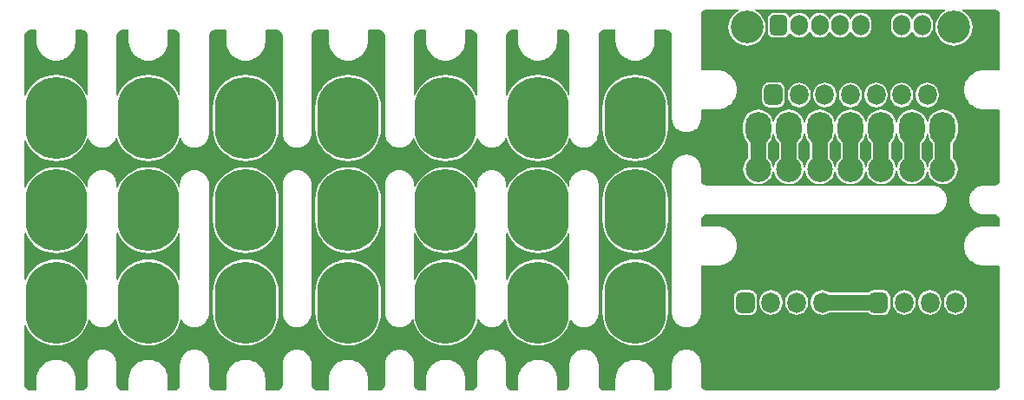
<source format=gbl>
G04*
G04 #@! TF.GenerationSoftware,Altium Limited,Altium Designer,20.1.11 (218)*
G04*
G04 Layer_Physical_Order=2*
G04 Layer_Color=16711680*
%FSLAX25Y25*%
%MOIN*%
G70*
G04*
G04 #@! TF.SameCoordinates,12770DE6-1CAA-4FEE-BE88-2AEBEB1706B4*
G04*
G04*
G04 #@! TF.FilePolarity,Positive*
G04*
G01*
G75*
%ADD27C,0.05906*%
%ADD28O,0.09843X0.12598*%
%ADD29C,0.09843*%
%ADD30O,0.06693X0.07874*%
G04:AMPARAMS|DCode=31|XSize=66.93mil|YSize=78.74mil|CornerRadius=16.73mil|HoleSize=0mil|Usage=FLASHONLY|Rotation=0.000|XOffset=0mil|YOffset=0mil|HoleType=Round|Shape=RoundedRectangle|*
%AMROUNDEDRECTD31*
21,1,0.06693,0.04528,0,0,0.0*
21,1,0.03347,0.07874,0,0,0.0*
1,1,0.03346,0.01673,-0.02264*
1,1,0.03346,-0.01673,-0.02264*
1,1,0.03346,-0.01673,0.02264*
1,1,0.03346,0.01673,0.02264*
%
%ADD31ROUNDEDRECTD31*%
G04:AMPARAMS|DCode=32|XSize=125.98mil|YSize=125.98mil|CornerRadius=62.99mil|HoleSize=0mil|Usage=FLASHONLY|Rotation=0.000|XOffset=0mil|YOffset=0mil|HoleType=Round|Shape=RoundedRectangle|*
%AMROUNDEDRECTD32*
21,1,0.12598,0.00000,0,0,0.0*
21,1,0.00000,0.12598,0,0,0.0*
1,1,0.12598,0.00000,0.00000*
1,1,0.12598,0.00000,0.00000*
1,1,0.12598,0.00000,0.00000*
1,1,0.12598,0.00000,0.00000*
%
%ADD32ROUNDEDRECTD32*%
%ADD33O,0.07087X0.07874*%
G04:AMPARAMS|DCode=34|XSize=70.87mil|YSize=78.74mil|CornerRadius=17.72mil|HoleSize=0mil|Usage=FLASHONLY|Rotation=180.000|XOffset=0mil|YOffset=0mil|HoleType=Round|Shape=RoundedRectangle|*
%AMROUNDEDRECTD34*
21,1,0.07087,0.04331,0,0,180.0*
21,1,0.03543,0.07874,0,0,180.0*
1,1,0.03543,-0.01772,0.02165*
1,1,0.03543,0.01772,0.02165*
1,1,0.03543,0.01772,-0.02165*
1,1,0.03543,-0.01772,-0.02165*
%
%ADD34ROUNDEDRECTD34*%
%ADD35O,0.23622X0.31496*%
G36*
X188976Y140127D02*
X191017D01*
X191150Y140071D01*
X191253Y139969D01*
X191308Y139836D01*
Y135827D01*
X191316Y135788D01*
X191310Y135748D01*
X191338Y135169D01*
X191367Y135054D01*
Y134935D01*
X191593Y133799D01*
X191653Y133653D01*
X191684Y133498D01*
X192127Y132429D01*
X192215Y132297D01*
X192276Y132151D01*
X192919Y131188D01*
X193031Y131077D01*
X193119Y130945D01*
X193937Y130126D01*
X194069Y130039D01*
X194181Y129927D01*
X195143Y129284D01*
X195289Y129223D01*
X195421Y129135D01*
X196490Y128692D01*
X196645Y128661D01*
X196791Y128601D01*
X197927Y128375D01*
X198085D01*
X198240Y128344D01*
X199398D01*
X199553Y128375D01*
X199711D01*
X200846Y128601D01*
X200992Y128661D01*
X201148Y128692D01*
X202217Y129135D01*
X202349Y129223D01*
X202495Y129284D01*
X203457Y129927D01*
X203569Y130038D01*
X203701Y130126D01*
X204519Y130945D01*
X204607Y131077D01*
X204719Y131188D01*
X205362Y132151D01*
X205423Y132297D01*
X205510Y132429D01*
X205954Y133498D01*
X205984Y133653D01*
X206045Y133799D01*
X206271Y134935D01*
Y135054D01*
X206300Y135169D01*
X206328Y135748D01*
X206322Y135788D01*
X206330Y135827D01*
Y139836D01*
X206385Y139969D01*
X206487Y140071D01*
X206621Y140127D01*
X208661D01*
X208891Y140127D01*
X209342Y140037D01*
X209766Y139861D01*
X210148Y139606D01*
X210472Y139281D01*
X210728Y138900D01*
X210903Y138475D01*
X210993Y138025D01*
X210993Y137795D01*
X210993Y137795D01*
X210993Y137795D01*
Y115074D01*
X210493Y114974D01*
X210079Y115973D01*
X209043Y117664D01*
X207755Y119172D01*
X206247Y120460D01*
X204556Y121496D01*
X202724Y122255D01*
X200796Y122718D01*
X198819Y122874D01*
X196842Y122718D01*
X194914Y122255D01*
X193082Y121496D01*
X191391Y120460D01*
X189883Y119172D01*
X188595Y117664D01*
X187559Y115973D01*
X187145Y114974D01*
X186645Y115074D01*
Y137795D01*
X186645Y138025D01*
X186735Y138475D01*
X186910Y138900D01*
X187165Y139281D01*
X187490Y139606D01*
X187872Y139861D01*
X188296Y140037D01*
X188747Y140127D01*
X188976Y140127D01*
D02*
G37*
G36*
X153543D02*
X155584D01*
X155717Y140071D01*
X155819Y139969D01*
X155875Y139836D01*
Y135827D01*
X155883Y135788D01*
X155877Y135748D01*
X155905Y135169D01*
X155934Y135054D01*
Y134935D01*
X156160Y133799D01*
X156220Y133653D01*
X156251Y133498D01*
X156694Y132429D01*
X156782Y132297D01*
X156843Y132151D01*
X157486Y131188D01*
X157598Y131077D01*
X157685Y130945D01*
X158504Y130126D01*
X158636Y130039D01*
X158747Y129927D01*
X159710Y129284D01*
X159856Y129223D01*
X159988Y129135D01*
X161057Y128692D01*
X161212Y128661D01*
X161358Y128601D01*
X162494Y128375D01*
X162652D01*
X162807Y128344D01*
X163965D01*
X164120Y128375D01*
X164278D01*
X165413Y128601D01*
X165559Y128661D01*
X165715Y128692D01*
X166784Y129135D01*
X166916Y129223D01*
X167062Y129284D01*
X168024Y129927D01*
X168136Y130038D01*
X168268Y130126D01*
X169086Y130945D01*
X169174Y131077D01*
X169286Y131188D01*
X169929Y132151D01*
X169990Y132297D01*
X170077Y132429D01*
X170520Y133498D01*
X170551Y133653D01*
X170612Y133799D01*
X170838Y134935D01*
Y135054D01*
X170867Y135169D01*
X170895Y135748D01*
X170889Y135788D01*
X170897Y135827D01*
Y139836D01*
X170952Y139969D01*
X171054Y140071D01*
X171188Y140127D01*
X173228D01*
X173458Y140127D01*
X173908Y140037D01*
X174333Y139861D01*
X174715Y139606D01*
X175039Y139281D01*
X175294Y138900D01*
X175470Y138475D01*
X175560Y138025D01*
X175560Y137795D01*
Y115074D01*
X175060Y114974D01*
X174646Y115973D01*
X173610Y117664D01*
X172322Y119172D01*
X170814Y120460D01*
X169123Y121496D01*
X167291Y122255D01*
X165363Y122718D01*
X163386Y122874D01*
X161409Y122718D01*
X159481Y122255D01*
X157649Y121496D01*
X155958Y120460D01*
X154450Y119172D01*
X153162Y117664D01*
X152126Y115973D01*
X151712Y114974D01*
X151212Y115074D01*
Y138025D01*
X151302Y138475D01*
X151477Y138900D01*
X151732Y139281D01*
X152057Y139606D01*
X152439Y139861D01*
X152863Y140037D01*
X153314Y140127D01*
X153543Y140127D01*
D02*
G37*
G36*
X39370D02*
X41411D01*
X41544Y140071D01*
X41646Y139969D01*
X41701Y139836D01*
Y135827D01*
X41709Y135788D01*
X41703Y135748D01*
X41732Y135169D01*
X41761Y135054D01*
Y134935D01*
X41987Y133799D01*
X42047Y133653D01*
X42078Y133498D01*
X42521Y132429D01*
X42609Y132297D01*
X42669Y132151D01*
X43313Y131188D01*
X43424Y131077D01*
X43512Y130945D01*
X44331Y130126D01*
X44462Y130039D01*
X44574Y129927D01*
X45537Y129284D01*
X45683Y129223D01*
X45814Y129135D01*
X46884Y128692D01*
X47039Y128661D01*
X47185Y128601D01*
X48320Y128375D01*
X48479D01*
X48634Y128344D01*
X49791D01*
X49946Y128375D01*
X50105D01*
X51240Y128601D01*
X51386Y128661D01*
X51541Y128692D01*
X52611Y129135D01*
X52742Y129223D01*
X52889Y129284D01*
X53851Y129927D01*
X53963Y130038D01*
X54094Y130126D01*
X54913Y130945D01*
X55001Y131077D01*
X55113Y131188D01*
X55756Y132151D01*
X55816Y132297D01*
X55904Y132429D01*
X56347Y133498D01*
X56378Y133653D01*
X56439Y133799D01*
X56664Y134935D01*
Y135054D01*
X56693Y135169D01*
X56722Y135748D01*
X56716Y135788D01*
X56724Y135827D01*
Y139836D01*
X56779Y139969D01*
X56881Y140071D01*
X57014Y140127D01*
X59055D01*
X59285Y140127D01*
X59735Y140037D01*
X60159Y139861D01*
X60541Y139606D01*
X60866Y139281D01*
X61121Y138900D01*
X61297Y138475D01*
X61387Y138025D01*
X61387Y137795D01*
Y115074D01*
X60887Y114974D01*
X60473Y115973D01*
X59437Y117664D01*
X58149Y119172D01*
X56641Y120460D01*
X54950Y121496D01*
X53118Y122255D01*
X51190Y122718D01*
X49213Y122874D01*
X47236Y122718D01*
X45307Y122255D01*
X43475Y121496D01*
X41785Y120460D01*
X40277Y119172D01*
X38989Y117664D01*
X37953Y115973D01*
X37539Y114974D01*
X37039Y115074D01*
Y137795D01*
X37039Y138025D01*
X37128Y138475D01*
X37304Y138900D01*
X37559Y139281D01*
X37884Y139606D01*
X38266Y139861D01*
X38690Y140037D01*
X39140Y140127D01*
X39370Y140127D01*
D02*
G37*
G36*
X3937D02*
X5978D01*
X6111Y140071D01*
X6213Y139969D01*
X6268Y139836D01*
Y135827D01*
X6276Y135788D01*
X6270Y135748D01*
X6299Y135169D01*
X6328Y135054D01*
Y134935D01*
X6554Y133799D01*
X6614Y133653D01*
X6645Y133498D01*
X7088Y132429D01*
X7176Y132297D01*
X7236Y132151D01*
X7880Y131188D01*
X7991Y131077D01*
X8079Y130945D01*
X8898Y130126D01*
X9029Y130039D01*
X9141Y129927D01*
X10104Y129284D01*
X10250Y129223D01*
X10381Y129135D01*
X11451Y128692D01*
X11606Y128661D01*
X11752Y128601D01*
X12887Y128375D01*
X13046D01*
X13201Y128344D01*
X14358D01*
X14514Y128375D01*
X14672D01*
X15807Y128601D01*
X15953Y128661D01*
X16108Y128692D01*
X17178Y129135D01*
X17309Y129223D01*
X17455Y129284D01*
X18418Y129927D01*
X18530Y130038D01*
X18661Y130126D01*
X19480Y130945D01*
X19568Y131077D01*
X19680Y131188D01*
X20323Y132151D01*
X20383Y132297D01*
X20471Y132429D01*
X20914Y133498D01*
X20945Y133653D01*
X21005Y133799D01*
X21231Y134935D01*
Y135054D01*
X21260Y135169D01*
X21289Y135748D01*
X21283Y135788D01*
X21291Y135827D01*
Y139836D01*
X21346Y139969D01*
X21448Y140071D01*
X21581Y140127D01*
X23622D01*
X23852Y140127D01*
X24302Y140037D01*
X24726Y139861D01*
X25108Y139606D01*
X25433Y139281D01*
X25688Y138900D01*
X25864Y138475D01*
X25954Y138025D01*
X25954Y137795D01*
Y115074D01*
X25453Y114974D01*
X25039Y115973D01*
X24003Y117664D01*
X22715Y119172D01*
X21208Y120460D01*
X19517Y121496D01*
X17685Y122255D01*
X15756Y122718D01*
X13780Y122874D01*
X11803Y122718D01*
X9874Y122255D01*
X8042Y121496D01*
X6352Y120460D01*
X4843Y119172D01*
X3556Y117664D01*
X2520Y115973D01*
X2106Y114974D01*
X1606Y115074D01*
Y138025D01*
X1695Y138475D01*
X1871Y138900D01*
X2126Y139281D01*
X2451Y139606D01*
X2833Y139861D01*
X3257Y140037D01*
X3707Y140127D01*
X3937Y140127D01*
D02*
G37*
G36*
X275872Y148001D02*
X275997Y147501D01*
X275178Y147063D01*
X274098Y146177D01*
X273213Y145098D01*
X272555Y143867D01*
X272150Y142531D01*
X272013Y141142D01*
X272150Y139752D01*
X272555Y138417D01*
X273213Y137186D01*
X274098Y136107D01*
X275178Y135221D01*
X276409Y134563D01*
X277745Y134158D01*
X279134Y134021D01*
X280523Y134158D01*
X281859Y134563D01*
X283090Y135221D01*
X284169Y136107D01*
X285055Y137186D01*
X285713Y138417D01*
X286118Y139752D01*
X286255Y141142D01*
X286118Y142531D01*
X285713Y143867D01*
X285055Y145098D01*
X284169Y146177D01*
X283090Y147063D01*
X282270Y147501D01*
X282395Y148001D01*
X355400Y148001D01*
X355525Y147501D01*
X354705Y147063D01*
X353626Y146177D01*
X352741Y145098D01*
X352082Y143867D01*
X351677Y142531D01*
X351540Y141142D01*
X351677Y139752D01*
X352082Y138417D01*
X352741Y137186D01*
X353626Y136107D01*
X354705Y135221D01*
X355936Y134563D01*
X357272Y134158D01*
X358661Y134021D01*
X360051Y134158D01*
X361386Y134563D01*
X362617Y135221D01*
X363697Y136107D01*
X364582Y137186D01*
X365240Y138417D01*
X365645Y139752D01*
X365782Y141142D01*
X365645Y142531D01*
X365240Y143867D01*
X364582Y145098D01*
X363697Y146177D01*
X362617Y147063D01*
X361798Y147501D01*
X361923Y148001D01*
X374245D01*
X374696Y147911D01*
X375120Y147735D01*
X375502Y147480D01*
X375827Y147155D01*
X376082Y146774D01*
X376257Y146349D01*
X376347Y145899D01*
Y125017D01*
X376233Y124886D01*
X375986Y124638D01*
X375984Y124637D01*
X370079Y124637D01*
X370040Y124629D01*
X370000Y124635D01*
X369421Y124607D01*
X369306Y124578D01*
X369187D01*
X368051Y124352D01*
X367905Y124292D01*
X367750Y124261D01*
X366681Y123818D01*
X366549Y123730D01*
X366403Y123669D01*
X365440Y123026D01*
X365329Y122914D01*
X365197Y122826D01*
X364378Y122008D01*
X364290Y121876D01*
X364179Y121764D01*
X363535Y120802D01*
X363475Y120656D01*
X363387Y120524D01*
X362944Y119455D01*
X362913Y119300D01*
X362853Y119153D01*
X362627Y118018D01*
Y117860D01*
X362596Y117705D01*
Y116547D01*
X362627Y116392D01*
Y116234D01*
X362853Y115099D01*
X362913Y114952D01*
X362944Y114797D01*
X363387Y113728D01*
X363475Y113596D01*
X363535Y113450D01*
X364179Y112488D01*
X364290Y112376D01*
X364378Y112244D01*
X365197Y111426D01*
X365329Y111338D01*
X365440Y111226D01*
X366403Y110583D01*
X366549Y110522D01*
X366681Y110434D01*
X367750Y109991D01*
X367905Y109960D01*
X368051Y109900D01*
X369187Y109674D01*
X369306D01*
X369421Y109645D01*
X370000Y109617D01*
X370040Y109623D01*
X370079Y109615D01*
X375984Y109615D01*
X376347Y109302D01*
Y82448D01*
X376257Y81997D01*
X376082Y81573D01*
X375827Y81191D01*
X375502Y80866D01*
X375120Y80611D01*
X374696Y80435D01*
X374245Y80346D01*
X374016Y80346D01*
X370079D01*
X370026Y80335D01*
X369974Y80342D01*
X369460Y80309D01*
X369307Y80268D01*
X369149Y80257D01*
X368157Y79991D01*
X367968Y79899D01*
X367769Y79831D01*
X366879Y79317D01*
X366721Y79179D01*
X366547Y79062D01*
X365820Y78335D01*
X365703Y78161D01*
X365565Y78003D01*
X365051Y77113D01*
X364983Y76914D01*
X364891Y76725D01*
X364625Y75733D01*
X364611Y75523D01*
X364570Y75317D01*
Y74289D01*
X364611Y74083D01*
X364625Y73874D01*
X364891Y72881D01*
X364983Y72693D01*
X365051Y72494D01*
X365565Y71604D01*
X365703Y71446D01*
X365820Y71271D01*
X366547Y70544D01*
X366721Y70428D01*
X366879Y70289D01*
X367769Y69775D01*
X367968Y69708D01*
X368157Y69615D01*
X369149Y69349D01*
X369307Y69339D01*
X369460Y69298D01*
X369974Y69264D01*
X370026Y69271D01*
X370079Y69261D01*
X374245Y69261D01*
X374696Y69171D01*
X375120Y68995D01*
X375502Y68740D01*
X375827Y68415D01*
X376082Y68033D01*
X376258Y67609D01*
X376347Y67159D01*
Y64888D01*
X376292Y64755D01*
X376190Y64653D01*
X376056Y64598D01*
X370079D01*
X370040Y64590D01*
X370000Y64596D01*
X369421Y64567D01*
X369306Y64538D01*
X369187D01*
X368051Y64313D01*
X367905Y64252D01*
X367750Y64221D01*
X366681Y63778D01*
X366549Y63690D01*
X366403Y63630D01*
X365440Y62987D01*
X365329Y62875D01*
X365197Y62787D01*
X364378Y61968D01*
X364290Y61837D01*
X364179Y61725D01*
X363535Y60763D01*
X363475Y60616D01*
X363387Y60485D01*
X362944Y59415D01*
X362913Y59260D01*
X362853Y59114D01*
X362627Y57979D01*
Y57821D01*
X362596Y57665D01*
Y56508D01*
X362627Y56353D01*
Y56195D01*
X362853Y55059D01*
X362913Y54913D01*
X362944Y54758D01*
X363387Y53688D01*
X363475Y53557D01*
X363535Y53411D01*
X364179Y52448D01*
X364290Y52336D01*
X364378Y52205D01*
X365197Y51386D01*
X365329Y51298D01*
X365440Y51187D01*
X366403Y50543D01*
X366549Y50483D01*
X366681Y50395D01*
X367750Y49952D01*
X367905Y49921D01*
X368051Y49861D01*
X369187Y49635D01*
X369306D01*
X369421Y49606D01*
X370000Y49577D01*
X370040Y49583D01*
X370079Y49575D01*
X375984D01*
X375985Y49575D01*
X376233Y49327D01*
X376347Y49196D01*
Y3937D01*
Y3707D01*
X376258Y3257D01*
X376082Y2833D01*
X375827Y2451D01*
X375502Y2126D01*
X375120Y1871D01*
X374696Y1695D01*
X374245Y1606D01*
X374016D01*
X263779Y1606D01*
X263550D01*
X263100Y1695D01*
X262675Y1871D01*
X262293Y2126D01*
X261969Y2451D01*
X261714Y2833D01*
X261538Y3257D01*
X261448Y3707D01*
X261448Y3937D01*
X261448Y11811D01*
X261438Y11863D01*
X261445Y11916D01*
X261411Y12430D01*
X261370Y12583D01*
X261360Y12741D01*
X261094Y13733D01*
X261001Y13922D01*
X260933Y14120D01*
X260419Y15010D01*
X260281Y15168D01*
X260164Y15343D01*
X259437Y16070D01*
X259263Y16186D01*
X259105Y16325D01*
X258215Y16839D01*
X258016Y16906D01*
X257828Y16999D01*
X256835Y17265D01*
X256625Y17279D01*
X256419Y17320D01*
X255392D01*
X255186Y17279D01*
X254976Y17265D01*
X253983Y16999D01*
X253795Y16906D01*
X253596Y16839D01*
X252706Y16325D01*
X252548Y16186D01*
X252374Y16070D01*
X251647Y15343D01*
X251530Y15168D01*
X251392Y15010D01*
X250878Y14120D01*
X250810Y13922D01*
X250717Y13733D01*
X250451Y12741D01*
X250441Y12583D01*
X250400Y12430D01*
X250366Y11916D01*
X250373Y11863D01*
X250363Y11811D01*
Y3707D01*
X250273Y3257D01*
X250098Y2833D01*
X249842Y2451D01*
X249518Y2126D01*
X249136Y1871D01*
X248711Y1695D01*
X248261Y1606D01*
X244022D01*
X243889Y1661D01*
X243787Y1763D01*
X243732Y1896D01*
Y5906D01*
X243724Y5945D01*
X243730Y5984D01*
X243701Y6563D01*
X243672Y6679D01*
Y6798D01*
X243446Y7933D01*
X243386Y8079D01*
X243355Y8234D01*
X242912Y9304D01*
X242824Y9435D01*
X242764Y9581D01*
X242121Y10544D01*
X242009Y10656D01*
X241921Y10787D01*
X241102Y11606D01*
X240971Y11694D01*
X240859Y11806D01*
X239896Y12449D01*
X239750Y12509D01*
X239619Y12597D01*
X238549Y13040D01*
X238394Y13071D01*
X238248Y13131D01*
X237113Y13357D01*
X236954D01*
X236799Y13388D01*
X235642D01*
X235487Y13357D01*
X235328D01*
X234193Y13131D01*
X234047Y13071D01*
X233892Y13040D01*
X232822Y12597D01*
X232691Y12509D01*
X232545Y12449D01*
X231582Y11806D01*
X231470Y11694D01*
X231339Y11606D01*
X230520Y10787D01*
X230432Y10656D01*
X230320Y10544D01*
X229677Y9581D01*
X229617Y9435D01*
X229529Y9304D01*
X229086Y8234D01*
X229055Y8079D01*
X228994Y7933D01*
X228769Y6798D01*
Y6679D01*
X228740Y6563D01*
X228711Y5984D01*
X228717Y5945D01*
X228709Y5906D01*
Y1969D01*
X228709Y1968D01*
X228330Y1606D01*
X224180D01*
X223729Y1695D01*
X223305Y1871D01*
X222923Y2126D01*
X222599Y2451D01*
X222343Y2833D01*
X222168Y3257D01*
X222078Y3707D01*
X222078Y3937D01*
Y11811D01*
X222068Y11863D01*
X222075Y11916D01*
X222041Y12430D01*
X222000Y12583D01*
X221990Y12741D01*
X221724Y13733D01*
X221631Y13922D01*
X221563Y14120D01*
X221049Y15010D01*
X220911Y15168D01*
X220794Y15343D01*
X220067Y16070D01*
X219893Y16186D01*
X219735Y16325D01*
X218845Y16839D01*
X218646Y16906D01*
X218458Y16999D01*
X217465Y17265D01*
X217255Y17279D01*
X217049Y17320D01*
X216021D01*
X215816Y17279D01*
X215606Y17265D01*
X214613Y16999D01*
X214425Y16906D01*
X214226Y16839D01*
X213336Y16325D01*
X213178Y16186D01*
X213003Y16070D01*
X212277Y15343D01*
X212160Y15168D01*
X212021Y15010D01*
X211508Y14120D01*
X211440Y13922D01*
X211347Y13733D01*
X211081Y12741D01*
X211071Y12583D01*
X211030Y12430D01*
X210996Y11916D01*
X211003Y11863D01*
X210993Y11811D01*
X210993Y3707D01*
X210903Y3257D01*
X210728Y2833D01*
X210472Y2451D01*
X210148Y2126D01*
X209766Y1871D01*
X209342Y1695D01*
X208891Y1606D01*
X206621D01*
X206487Y1661D01*
X206385Y1763D01*
X206330Y1896D01*
Y5906D01*
X206322Y5945D01*
X206328Y5984D01*
X206300Y6563D01*
X206271Y6679D01*
Y6798D01*
X206045Y7933D01*
X205984Y8079D01*
X205954Y8234D01*
X205510Y9304D01*
X205423Y9435D01*
X205362Y9581D01*
X204719Y10544D01*
X204607Y10656D01*
X204519Y10787D01*
X203701Y11606D01*
X203569Y11694D01*
X203457Y11806D01*
X202495Y12449D01*
X202349Y12509D01*
X202217Y12597D01*
X201148Y13040D01*
X200992Y13071D01*
X200846Y13131D01*
X199711Y13357D01*
X199553D01*
X199398Y13388D01*
X198240D01*
X198085Y13357D01*
X197927D01*
X196791Y13131D01*
X196645Y13071D01*
X196490Y13040D01*
X195421Y12597D01*
X195289Y12509D01*
X195143Y12449D01*
X194181Y11806D01*
X194069Y11694D01*
X193937Y11606D01*
X193119Y10787D01*
X193031Y10656D01*
X192919Y10544D01*
X192276Y9581D01*
X192215Y9435D01*
X192127Y9304D01*
X191684Y8234D01*
X191653Y8079D01*
X191593Y7933D01*
X191367Y6798D01*
Y6679D01*
X191338Y6563D01*
X191310Y5984D01*
X191316Y5945D01*
X191308Y5906D01*
Y1969D01*
X191308Y1968D01*
X190928Y1606D01*
X188747D01*
X188296Y1695D01*
X187872Y1871D01*
X187490Y2126D01*
X187165Y2451D01*
X186910Y2833D01*
X186735Y3257D01*
X186645Y3707D01*
X186645Y3937D01*
Y11811D01*
X186635Y11863D01*
X186642Y11916D01*
X186608Y12430D01*
X186567Y12583D01*
X186557Y12741D01*
X186291Y13733D01*
X186198Y13922D01*
X186130Y14120D01*
X185616Y15010D01*
X185478Y15168D01*
X185361Y15343D01*
X184634Y16070D01*
X184460Y16186D01*
X184302Y16325D01*
X183412Y16839D01*
X183213Y16906D01*
X183025Y16999D01*
X182032Y17265D01*
X181822Y17279D01*
X181616Y17320D01*
X180588D01*
X180383Y17279D01*
X180173Y17265D01*
X179180Y16999D01*
X178992Y16906D01*
X178793Y16839D01*
X177903Y16325D01*
X177745Y16186D01*
X177570Y16070D01*
X176844Y15343D01*
X176727Y15168D01*
X176588Y15010D01*
X176075Y14120D01*
X176007Y13922D01*
X175914Y13733D01*
X175648Y12741D01*
X175638Y12583D01*
X175597Y12430D01*
X175563Y11916D01*
X175570Y11863D01*
X175560Y11811D01*
X175560Y3707D01*
X175470Y3257D01*
X175294Y2833D01*
X175039Y2451D01*
X174715Y2126D01*
X174333Y1871D01*
X173908Y1695D01*
X173458Y1606D01*
X171188D01*
X171054Y1661D01*
X170952Y1763D01*
X170897Y1896D01*
Y5906D01*
X170889Y5945D01*
X170895Y5984D01*
X170867Y6563D01*
X170838Y6679D01*
Y6798D01*
X170612Y7933D01*
X170551Y8079D01*
X170520Y8234D01*
X170077Y9304D01*
X169990Y9435D01*
X169929Y9581D01*
X169286Y10544D01*
X169174Y10656D01*
X169086Y10787D01*
X168268Y11606D01*
X168136Y11694D01*
X168024Y11806D01*
X167062Y12449D01*
X166916Y12509D01*
X166784Y12597D01*
X165715Y13040D01*
X165559Y13071D01*
X165413Y13131D01*
X164278Y13357D01*
X164120D01*
X163965Y13388D01*
X162807D01*
X162652Y13357D01*
X162494D01*
X161358Y13131D01*
X161212Y13071D01*
X161057Y13040D01*
X159988Y12597D01*
X159856Y12509D01*
X159710Y12449D01*
X158747Y11806D01*
X158636Y11694D01*
X158504Y11606D01*
X157685Y10787D01*
X157598Y10656D01*
X157486Y10544D01*
X156843Y9581D01*
X156782Y9435D01*
X156694Y9304D01*
X156251Y8234D01*
X156220Y8079D01*
X156160Y7933D01*
X155934Y6798D01*
Y6679D01*
X155905Y6563D01*
X155877Y5984D01*
X155883Y5945D01*
X155875Y5906D01*
Y1969D01*
X155875Y1968D01*
X155495Y1606D01*
X153314D01*
X152863Y1695D01*
X152439Y1871D01*
X152057Y2126D01*
X151732Y2451D01*
X151477Y2833D01*
X151302Y3257D01*
X151212Y3707D01*
X151212Y3937D01*
Y11811D01*
X151201Y11863D01*
X151208Y11916D01*
X151175Y12430D01*
X151134Y12583D01*
X151123Y12741D01*
X150857Y13733D01*
X150765Y13922D01*
X150697Y14120D01*
X150183Y15010D01*
X150045Y15168D01*
X149928Y15343D01*
X149201Y16070D01*
X149027Y16186D01*
X148869Y16325D01*
X147979Y16839D01*
X147780Y16906D01*
X147591Y16999D01*
X146599Y17265D01*
X146389Y17279D01*
X146183Y17320D01*
X145155D01*
X144949Y17279D01*
X144740Y17265D01*
X143747Y16999D01*
X143559Y16906D01*
X143360Y16839D01*
X142470Y16325D01*
X142312Y16186D01*
X142137Y16070D01*
X141411Y15343D01*
X141294Y15168D01*
X141155Y15010D01*
X140641Y14120D01*
X140574Y13922D01*
X140481Y13733D01*
X140215Y12741D01*
X140205Y12583D01*
X140164Y12430D01*
X140130Y11916D01*
X140137Y11863D01*
X140127Y11811D01*
X140127Y3707D01*
X140037Y3257D01*
X139861Y2833D01*
X139606Y2451D01*
X139281Y2126D01*
X138900Y1871D01*
X138475Y1695D01*
X138025Y1606D01*
X133786D01*
X133653Y1661D01*
X133551Y1763D01*
X133495Y1896D01*
Y5906D01*
X133488Y5945D01*
X133493Y5984D01*
X133465Y6563D01*
X133436Y6679D01*
Y6798D01*
X133210Y7933D01*
X133150Y8079D01*
X133119Y8234D01*
X132676Y9304D01*
X132588Y9435D01*
X132527Y9581D01*
X131884Y10544D01*
X131772Y10656D01*
X131685Y10787D01*
X130866Y11606D01*
X130735Y11694D01*
X130623Y11806D01*
X129660Y12449D01*
X129514Y12509D01*
X129383Y12597D01*
X128313Y13040D01*
X128158Y13071D01*
X128012Y13131D01*
X126876Y13357D01*
X126718D01*
X126563Y13388D01*
X125405D01*
X125250Y13357D01*
X125092D01*
X123957Y13131D01*
X123811Y13071D01*
X123655Y13040D01*
X122586Y12597D01*
X122455Y12509D01*
X122308Y12449D01*
X121346Y11806D01*
X121234Y11694D01*
X121102Y11606D01*
X120284Y10787D01*
X120196Y10656D01*
X120084Y10544D01*
X119441Y9581D01*
X119380Y9435D01*
X119293Y9304D01*
X118850Y8234D01*
X118819Y8079D01*
X118758Y7933D01*
X118532Y6798D01*
Y6679D01*
X118503Y6563D01*
X118475Y5984D01*
X118481Y5945D01*
X118473Y5906D01*
Y1969D01*
X118473Y1968D01*
X118094Y1606D01*
X113944D01*
X113493Y1695D01*
X113069Y1871D01*
X112687Y2126D01*
X112362Y2451D01*
X112107Y2833D01*
X111931Y3257D01*
X111842Y3707D01*
X111842Y3937D01*
Y11811D01*
X111831Y11863D01*
X111838Y11916D01*
X111805Y12430D01*
X111764Y12583D01*
X111753Y12741D01*
X111487Y13733D01*
X111395Y13922D01*
X111327Y14120D01*
X110813Y15010D01*
X110675Y15168D01*
X110558Y15343D01*
X109831Y16070D01*
X109657Y16186D01*
X109499Y16325D01*
X108609Y16839D01*
X108410Y16906D01*
X108221Y16999D01*
X107229Y17265D01*
X107019Y17279D01*
X106813Y17320D01*
X105785D01*
X105579Y17279D01*
X105370Y17265D01*
X104377Y16999D01*
X104189Y16906D01*
X103990Y16839D01*
X103100Y16325D01*
X102942Y16186D01*
X102767Y16070D01*
X102040Y15343D01*
X101924Y15168D01*
X101785Y15010D01*
X101271Y14120D01*
X101204Y13922D01*
X101111Y13733D01*
X100845Y12741D01*
X100835Y12583D01*
X100794Y12430D01*
X100760Y11916D01*
X100767Y11863D01*
X100757Y11811D01*
X100757Y3707D01*
X100667Y3257D01*
X100491Y2833D01*
X100236Y2451D01*
X99911Y2126D01*
X99529Y1871D01*
X99105Y1695D01*
X98655Y1606D01*
X94416D01*
X94283Y1661D01*
X94181Y1763D01*
X94125Y1896D01*
Y5906D01*
X94117Y5945D01*
X94123Y5984D01*
X94095Y6563D01*
X94066Y6679D01*
Y6798D01*
X93840Y7933D01*
X93780Y8079D01*
X93749Y8234D01*
X93306Y9304D01*
X93218Y9435D01*
X93157Y9581D01*
X92514Y10544D01*
X92402Y10656D01*
X92314Y10787D01*
X91496Y11606D01*
X91364Y11694D01*
X91253Y11806D01*
X90290Y12449D01*
X90144Y12509D01*
X90012Y12597D01*
X88943Y13040D01*
X88788Y13071D01*
X88642Y13131D01*
X87506Y13357D01*
X87348D01*
X87193Y13388D01*
X86035D01*
X85880Y13357D01*
X85722D01*
X84587Y13131D01*
X84441Y13071D01*
X84285Y13040D01*
X83216Y12597D01*
X83084Y12509D01*
X82938Y12449D01*
X81976Y11806D01*
X81864Y11694D01*
X81732Y11606D01*
X80914Y10787D01*
X80826Y10656D01*
X80714Y10544D01*
X80071Y9581D01*
X80010Y9435D01*
X79923Y9304D01*
X79480Y8234D01*
X79449Y8079D01*
X79388Y7933D01*
X79162Y6798D01*
Y6679D01*
X79133Y6563D01*
X79105Y5984D01*
X79111Y5945D01*
X79103Y5906D01*
Y1969D01*
X79103Y1968D01*
X78724Y1606D01*
X74573D01*
X74123Y1695D01*
X73699Y1871D01*
X73317Y2126D01*
X72992Y2451D01*
X72737Y2833D01*
X72561Y3257D01*
X72472Y3707D01*
X72472Y3937D01*
Y11811D01*
X72461Y11863D01*
X72468Y11916D01*
X72435Y12430D01*
X72394Y12583D01*
X72383Y12741D01*
X72117Y13733D01*
X72025Y13922D01*
X71957Y14120D01*
X71443Y15010D01*
X71305Y15168D01*
X71188Y15343D01*
X70461Y16070D01*
X70287Y16186D01*
X70129Y16325D01*
X69239Y16839D01*
X69040Y16906D01*
X68851Y16999D01*
X67859Y17265D01*
X67649Y17279D01*
X67443Y17320D01*
X66415D01*
X66209Y17279D01*
X66000Y17265D01*
X65007Y16999D01*
X64819Y16906D01*
X64620Y16839D01*
X63730Y16325D01*
X63572Y16186D01*
X63397Y16070D01*
X62670Y15343D01*
X62554Y15168D01*
X62415Y15010D01*
X61901Y14120D01*
X61834Y13922D01*
X61741Y13733D01*
X61475Y12741D01*
X61465Y12583D01*
X61424Y12430D01*
X61390Y11916D01*
X61397Y11863D01*
X61387Y11811D01*
X61387Y3707D01*
X61297Y3257D01*
X61121Y2833D01*
X60866Y2451D01*
X60541Y2126D01*
X60159Y1871D01*
X59735Y1695D01*
X59285Y1606D01*
X57014D01*
X56881Y1661D01*
X56779Y1763D01*
X56724Y1896D01*
Y5906D01*
X56716Y5945D01*
X56722Y5984D01*
X56693Y6563D01*
X56664Y6679D01*
Y6798D01*
X56439Y7933D01*
X56378Y8079D01*
X56347Y8234D01*
X55904Y9304D01*
X55816Y9435D01*
X55756Y9581D01*
X55113Y10544D01*
X55001Y10656D01*
X54913Y10787D01*
X54094Y11606D01*
X53963Y11694D01*
X53851Y11806D01*
X52889Y12449D01*
X52742Y12509D01*
X52611Y12597D01*
X51541Y13040D01*
X51386Y13071D01*
X51240Y13131D01*
X50105Y13357D01*
X49946D01*
X49791Y13388D01*
X48634D01*
X48479Y13357D01*
X48320D01*
X47185Y13131D01*
X47039Y13071D01*
X46884Y13040D01*
X45814Y12597D01*
X45683Y12509D01*
X45537Y12449D01*
X44574Y11806D01*
X44462Y11694D01*
X44331Y11606D01*
X43512Y10787D01*
X43424Y10656D01*
X43313Y10544D01*
X42669Y9581D01*
X42609Y9435D01*
X42521Y9304D01*
X42078Y8234D01*
X42047Y8079D01*
X41987Y7933D01*
X41761Y6798D01*
Y6679D01*
X41732Y6563D01*
X41703Y5984D01*
X41709Y5945D01*
X41701Y5906D01*
Y1969D01*
X41701Y1968D01*
X41322Y1606D01*
X39140D01*
X38690Y1695D01*
X38266Y1871D01*
X37884Y2126D01*
X37559Y2451D01*
X37304Y2833D01*
X37128Y3257D01*
X37039Y3707D01*
X37039Y3937D01*
Y11811D01*
X37028Y11863D01*
X37035Y11916D01*
X37001Y12430D01*
X36961Y12583D01*
X36950Y12741D01*
X36684Y13733D01*
X36591Y13922D01*
X36524Y14120D01*
X36010Y15010D01*
X35871Y15168D01*
X35755Y15343D01*
X35028Y16070D01*
X34853Y16186D01*
X34696Y16325D01*
X33806Y16839D01*
X33607Y16906D01*
X33418Y16999D01*
X32425Y17265D01*
X32216Y17279D01*
X32010Y17320D01*
X30982D01*
X30776Y17279D01*
X30567Y17265D01*
X29574Y16999D01*
X29386Y16906D01*
X29187Y16839D01*
X28297Y16325D01*
X28139Y16186D01*
X27964Y16070D01*
X27237Y15343D01*
X27121Y15168D01*
X26982Y15010D01*
X26468Y14120D01*
X26401Y13922D01*
X26308Y13733D01*
X26042Y12741D01*
X26032Y12583D01*
X25991Y12430D01*
X25957Y11916D01*
X25964Y11863D01*
X25953Y11811D01*
X25954Y3707D01*
X25864Y3257D01*
X25688Y2833D01*
X25433Y2451D01*
X25108Y2126D01*
X24726Y1871D01*
X24302Y1695D01*
X23852Y1606D01*
X21581D01*
X21448Y1661D01*
X21346Y1763D01*
X21291Y1896D01*
Y5906D01*
X21283Y5945D01*
X21289Y5984D01*
X21260Y6563D01*
X21231Y6679D01*
Y6798D01*
X21005Y7933D01*
X20945Y8079D01*
X20914Y8234D01*
X20471Y9304D01*
X20383Y9435D01*
X20323Y9581D01*
X19680Y10544D01*
X19568Y10656D01*
X19480Y10787D01*
X18661Y11606D01*
X18530Y11694D01*
X18418Y11806D01*
X17455Y12449D01*
X17309Y12509D01*
X17178Y12597D01*
X16108Y13040D01*
X15953Y13071D01*
X15807Y13131D01*
X14672Y13357D01*
X14514D01*
X14358Y13388D01*
X13201D01*
X13046Y13357D01*
X12887D01*
X11752Y13131D01*
X11606Y13071D01*
X11451Y13040D01*
X10381Y12597D01*
X10250Y12509D01*
X10104Y12449D01*
X9141Y11806D01*
X9029Y11694D01*
X8898Y11606D01*
X8079Y10787D01*
X7991Y10656D01*
X7880Y10544D01*
X7236Y9581D01*
X7176Y9435D01*
X7088Y9304D01*
X6645Y8234D01*
X6614Y8079D01*
X6554Y7933D01*
X6328Y6798D01*
Y6679D01*
X6299Y6563D01*
X6270Y5984D01*
X6276Y5945D01*
X6268Y5906D01*
Y1969D01*
X6268Y1968D01*
X5889Y1606D01*
X3707D01*
X3257Y1695D01*
X2833Y1871D01*
X2451Y2126D01*
X2126Y2451D01*
X1871Y2833D01*
X1695Y3257D01*
X1606Y3707D01*
Y26659D01*
X2106Y26758D01*
X2520Y25759D01*
X3556Y24068D01*
X4843Y22560D01*
X6352Y21272D01*
X8042Y20236D01*
X9874Y19477D01*
X11803Y19014D01*
X13780Y18859D01*
X15756Y19014D01*
X17685Y19477D01*
X19517Y20236D01*
X21208Y21272D01*
X22715Y22560D01*
X24003Y24068D01*
X25039Y25759D01*
X25798Y27591D01*
X26085Y28784D01*
X26618Y28861D01*
X26955Y28276D01*
X27094Y28118D01*
X27210Y27943D01*
X27943Y27210D01*
X28118Y27094D01*
X28276Y26955D01*
X29174Y26437D01*
X29373Y26369D01*
X29561Y26276D01*
X30562Y26008D01*
X30772Y25994D01*
X30978Y25953D01*
X32014D01*
X32220Y25994D01*
X32430Y26008D01*
X33431Y26276D01*
X33620Y26369D01*
X33819Y26437D01*
X34716Y26955D01*
X34874Y27094D01*
X35049Y27210D01*
X35782Y27943D01*
X35899Y28118D01*
X36037Y28276D01*
X36375Y28861D01*
X36907Y28784D01*
X37194Y27591D01*
X37953Y25759D01*
X38989Y24068D01*
X40277Y22560D01*
X41785Y21272D01*
X43475Y20236D01*
X45307Y19477D01*
X47236Y19014D01*
X49213Y18859D01*
X51190Y19014D01*
X53118Y19477D01*
X54950Y20236D01*
X56641Y21272D01*
X58149Y22560D01*
X59437Y24068D01*
X60473Y25759D01*
X61231Y27591D01*
X61518Y28784D01*
X62050Y28861D01*
X62388Y28276D01*
X62527Y28118D01*
X62643Y27943D01*
X63376Y27210D01*
X63551Y27094D01*
X63709Y26955D01*
X64607Y26437D01*
X64806Y26369D01*
X64994Y26276D01*
X65995Y26008D01*
X66205Y25994D01*
X66411Y25953D01*
X67447D01*
X67653Y25994D01*
X67863Y26008D01*
X68864Y26276D01*
X69053Y26369D01*
X69252Y26437D01*
X70149Y26955D01*
X70307Y27094D01*
X70482Y27210D01*
X71215Y27943D01*
X71332Y28118D01*
X71470Y28276D01*
X71988Y29174D01*
X72056Y29373D01*
X72149Y29561D01*
X72417Y30562D01*
X72431Y30772D01*
X72472Y30978D01*
Y31496D01*
X72472Y31496D01*
Y80709D01*
X72472Y80709D01*
Y81227D01*
X72431Y81433D01*
X72417Y81643D01*
X72149Y82644D01*
X72056Y82832D01*
X71988Y83031D01*
X71470Y83929D01*
X71332Y84087D01*
X71215Y84261D01*
X70482Y84994D01*
X70307Y85111D01*
X70149Y85250D01*
X69252Y85768D01*
X69053Y85835D01*
X68864Y85928D01*
X67863Y86197D01*
X67653Y86210D01*
X67447Y86251D01*
X66411D01*
X66205Y86210D01*
X65995Y86197D01*
X64994Y85928D01*
X64806Y85835D01*
X64607Y85768D01*
X63709Y85250D01*
X63551Y85111D01*
X63376Y84994D01*
X62643Y84261D01*
X62527Y84087D01*
X62388Y83929D01*
X61870Y83031D01*
X61802Y82832D01*
X61709Y82644D01*
X61441Y81643D01*
X61427Y81433D01*
X61387Y81227D01*
X61387Y80709D01*
Y79641D01*
X60887Y79541D01*
X60473Y80540D01*
X59437Y82231D01*
X58149Y83739D01*
X56641Y85027D01*
X54950Y86063D01*
X53118Y86822D01*
X51190Y87285D01*
X49213Y87441D01*
X47236Y87285D01*
X45307Y86822D01*
X43475Y86063D01*
X41785Y85027D01*
X40277Y83739D01*
X38989Y82231D01*
X37953Y80540D01*
X37539Y79541D01*
X37039Y79641D01*
Y80709D01*
X37039Y80709D01*
Y81227D01*
X36998Y81433D01*
X36984Y81643D01*
X36716Y82644D01*
X36623Y82832D01*
X36555Y83031D01*
X36037Y83929D01*
X35899Y84087D01*
X35782Y84261D01*
X35049Y84994D01*
X34874Y85111D01*
X34716Y85250D01*
X33819Y85768D01*
X33620Y85835D01*
X33431Y85928D01*
X32430Y86197D01*
X32220Y86210D01*
X32014Y86251D01*
X30978D01*
X30772Y86210D01*
X30562Y86197D01*
X29561Y85928D01*
X29373Y85835D01*
X29174Y85768D01*
X28276Y85250D01*
X28118Y85111D01*
X27943Y84994D01*
X27210Y84261D01*
X27094Y84087D01*
X26955Y83929D01*
X26437Y83031D01*
X26369Y82832D01*
X26276Y82644D01*
X26008Y81643D01*
X25994Y81433D01*
X25953Y81227D01*
X25953Y80709D01*
Y79641D01*
X25453Y79541D01*
X25039Y80540D01*
X24003Y82231D01*
X22715Y83739D01*
X21208Y85027D01*
X19517Y86063D01*
X17685Y86822D01*
X15756Y87285D01*
X13780Y87441D01*
X11803Y87285D01*
X9874Y86822D01*
X8042Y86063D01*
X6352Y85027D01*
X4843Y83739D01*
X3556Y82231D01*
X2520Y80540D01*
X2106Y79541D01*
X1606Y79641D01*
Y97525D01*
X2106Y97624D01*
X2520Y96625D01*
X3556Y94934D01*
X4843Y93426D01*
X6352Y92138D01*
X8042Y91102D01*
X9874Y90343D01*
X11803Y89880D01*
X13780Y89725D01*
X15756Y89880D01*
X17685Y90343D01*
X19517Y91102D01*
X21208Y92138D01*
X22715Y93426D01*
X24003Y94934D01*
X25039Y96625D01*
X25798Y98457D01*
X26281Y98471D01*
X26313Y98460D01*
X26401Y98283D01*
X26468Y98084D01*
X26982Y97194D01*
X27121Y97036D01*
X27237Y96862D01*
X27964Y96135D01*
X28139Y96018D01*
X28297Y95880D01*
X29187Y95366D01*
X29386Y95298D01*
X29574Y95205D01*
X30567Y94940D01*
X30776Y94926D01*
X30982Y94885D01*
X32010D01*
X32216Y94926D01*
X32425Y94940D01*
X33418Y95205D01*
X33607Y95298D01*
X33806Y95366D01*
X34696Y95880D01*
X34853Y96018D01*
X35028Y96135D01*
X35755Y96862D01*
X35871Y97036D01*
X36010Y97194D01*
X36524Y98084D01*
X36591Y98283D01*
X36679Y98460D01*
X36711Y98471D01*
X37194Y98457D01*
X37953Y96625D01*
X38989Y94934D01*
X40277Y93426D01*
X41785Y92138D01*
X43475Y91102D01*
X45307Y90343D01*
X47236Y89880D01*
X49213Y89725D01*
X51190Y89880D01*
X53118Y90343D01*
X54950Y91102D01*
X56641Y92138D01*
X58149Y93426D01*
X59437Y94934D01*
X60473Y96625D01*
X61231Y98457D01*
X61714Y98471D01*
X61747Y98460D01*
X61834Y98283D01*
X61901Y98084D01*
X62415Y97194D01*
X62554Y97036D01*
X62670Y96862D01*
X63397Y96135D01*
X63572Y96018D01*
X63730Y95880D01*
X64620Y95366D01*
X64819Y95298D01*
X65007Y95205D01*
X66000Y94940D01*
X66209Y94926D01*
X66415Y94885D01*
X67443D01*
X67649Y94926D01*
X67859Y94940D01*
X68851Y95205D01*
X69040Y95298D01*
X69239Y95366D01*
X70129Y95880D01*
X70287Y96018D01*
X70461Y96135D01*
X71188Y96862D01*
X71305Y97036D01*
X71443Y97194D01*
X71957Y98084D01*
X72025Y98283D01*
X72117Y98471D01*
X72383Y99464D01*
X72394Y99622D01*
X72435Y99775D01*
X72468Y100289D01*
X72461Y100341D01*
X72472Y100394D01*
Y137795D01*
Y138025D01*
X72561Y138475D01*
X72737Y138900D01*
X72992Y139281D01*
X73317Y139606D01*
X73699Y139861D01*
X74123Y140037D01*
X74573Y140127D01*
X74803Y140127D01*
X78812D01*
X78946Y140071D01*
X79048Y139969D01*
X79103Y139836D01*
Y135827D01*
X79111Y135788D01*
X79105Y135748D01*
X79133Y135169D01*
X79162Y135054D01*
Y134935D01*
X79388Y133799D01*
X79449Y133653D01*
X79480Y133498D01*
X79923Y132429D01*
X80010Y132297D01*
X80071Y132151D01*
X80714Y131188D01*
X80826Y131077D01*
X80914Y130945D01*
X81732Y130126D01*
X81864Y130039D01*
X81976Y129927D01*
X82938Y129284D01*
X83084Y129223D01*
X83216Y129135D01*
X84285Y128692D01*
X84440Y128661D01*
X84587Y128601D01*
X85722Y128375D01*
X85880D01*
X86035Y128344D01*
X87193D01*
X87348Y128375D01*
X87506D01*
X88642Y128601D01*
X88788Y128661D01*
X88943Y128692D01*
X90012Y129135D01*
X90144Y129223D01*
X90290Y129284D01*
X91253Y129927D01*
X91364Y130038D01*
X91496Y130126D01*
X92314Y130945D01*
X92402Y131077D01*
X92514Y131188D01*
X93157Y132151D01*
X93218Y132297D01*
X93306Y132429D01*
X93749Y133498D01*
X93780Y133653D01*
X93840Y133799D01*
X94066Y134935D01*
Y135054D01*
X94095Y135169D01*
X94123Y135748D01*
X94117Y135788D01*
X94125Y135827D01*
Y139836D01*
X94181Y139969D01*
X94283Y140071D01*
X94416Y140127D01*
X98425D01*
X98655Y140127D01*
X99105Y140037D01*
X99529Y139861D01*
X99911Y139606D01*
X100236Y139281D01*
X100491Y138900D01*
X100667Y138475D01*
X100757Y138025D01*
X100757Y137795D01*
Y100394D01*
X100767Y100341D01*
X100760Y100289D01*
X100794Y99775D01*
X100835Y99622D01*
X100845Y99464D01*
X101111Y98471D01*
X101204Y98283D01*
X101271Y98084D01*
X101785Y97194D01*
X101924Y97036D01*
X102040Y96862D01*
X102767Y96135D01*
X102942Y96018D01*
X103100Y95880D01*
X103990Y95366D01*
X104189Y95298D01*
X104377Y95205D01*
X105370Y94940D01*
X105579Y94926D01*
X105785Y94885D01*
X106813D01*
X107019Y94926D01*
X107229Y94940D01*
X108221Y95205D01*
X108410Y95298D01*
X108609Y95366D01*
X109499Y95880D01*
X109657Y96018D01*
X109831Y96135D01*
X110558Y96862D01*
X110675Y97036D01*
X110813Y97194D01*
X111327Y98084D01*
X111395Y98283D01*
X111487Y98471D01*
X111753Y99464D01*
X111764Y99622D01*
X111805Y99775D01*
X111838Y100289D01*
X111831Y100341D01*
X111842Y100394D01*
Y137795D01*
X111842Y138025D01*
X111931Y138475D01*
X112107Y138900D01*
X112362Y139281D01*
X112687Y139606D01*
X113069Y139861D01*
X113493Y140037D01*
X113944Y140127D01*
X114173Y140127D01*
X118182D01*
X118316Y140071D01*
X118418Y139969D01*
X118473Y139836D01*
Y135827D01*
X118481Y135788D01*
X118475Y135748D01*
X118503Y135169D01*
X118532Y135054D01*
Y134935D01*
X118758Y133799D01*
X118819Y133653D01*
X118850Y133498D01*
X119293Y132429D01*
X119380Y132297D01*
X119441Y132151D01*
X120084Y131188D01*
X120196Y131077D01*
X120284Y130945D01*
X121102Y130126D01*
X121234Y130039D01*
X121346Y129927D01*
X122308Y129284D01*
X122455Y129223D01*
X122586Y129135D01*
X123655Y128692D01*
X123811Y128661D01*
X123957Y128601D01*
X125092Y128375D01*
X125250D01*
X125405Y128344D01*
X126563D01*
X126718Y128375D01*
X126876D01*
X128012Y128601D01*
X128158Y128661D01*
X128313Y128692D01*
X129383Y129135D01*
X129514Y129223D01*
X129660Y129284D01*
X130623Y129927D01*
X130735Y130038D01*
X130866Y130126D01*
X131685Y130945D01*
X131772Y131077D01*
X131884Y131188D01*
X132527Y132151D01*
X132588Y132297D01*
X132676Y132429D01*
X133119Y133498D01*
X133150Y133653D01*
X133210Y133799D01*
X133436Y134935D01*
Y135054D01*
X133465Y135169D01*
X133493Y135748D01*
X133488Y135788D01*
X133495Y135827D01*
Y139836D01*
X133551Y139969D01*
X133653Y140071D01*
X133786Y140127D01*
X137795D01*
X138025Y140127D01*
X138475Y140037D01*
X138900Y139861D01*
X139281Y139606D01*
X139606Y139281D01*
X139861Y138900D01*
X140037Y138475D01*
X140127Y138025D01*
X140127Y137795D01*
Y100394D01*
X140137Y100341D01*
X140130Y100289D01*
X140164Y99775D01*
X140205Y99622D01*
X140215Y99464D01*
X140481Y98471D01*
X140574Y98283D01*
X140641Y98084D01*
X141155Y97194D01*
X141294Y97036D01*
X141411Y96862D01*
X142137Y96135D01*
X142312Y96018D01*
X142470Y95880D01*
X143360Y95366D01*
X143559Y95298D01*
X143747Y95205D01*
X144740Y94940D01*
X144949Y94926D01*
X145155Y94885D01*
X146183D01*
X146389Y94926D01*
X146599Y94940D01*
X147591Y95205D01*
X147780Y95298D01*
X147979Y95366D01*
X148869Y95880D01*
X149027Y96018D01*
X149201Y96135D01*
X149928Y96862D01*
X150045Y97036D01*
X150183Y97194D01*
X150697Y98084D01*
X150765Y98283D01*
X150852Y98460D01*
X150885Y98471D01*
X151367Y98457D01*
X152126Y96625D01*
X153162Y94934D01*
X154450Y93426D01*
X155958Y92138D01*
X157649Y91102D01*
X159481Y90343D01*
X161409Y89880D01*
X163386Y89725D01*
X165363Y89880D01*
X167291Y90343D01*
X169123Y91102D01*
X170814Y92138D01*
X172322Y93426D01*
X173610Y94934D01*
X174646Y96625D01*
X175405Y98457D01*
X175887Y98471D01*
X175920Y98460D01*
X176007Y98283D01*
X176075Y98084D01*
X176588Y97194D01*
X176727Y97036D01*
X176844Y96862D01*
X177570Y96135D01*
X177745Y96018D01*
X177903Y95880D01*
X178793Y95366D01*
X178992Y95298D01*
X179180Y95205D01*
X180173Y94940D01*
X180383Y94926D01*
X180588Y94885D01*
X181616D01*
X181822Y94926D01*
X182032Y94940D01*
X183025Y95205D01*
X183213Y95298D01*
X183412Y95366D01*
X184302Y95880D01*
X184460Y96018D01*
X184634Y96135D01*
X185361Y96862D01*
X185478Y97036D01*
X185616Y97194D01*
X186130Y98084D01*
X186198Y98283D01*
X186285Y98460D01*
X186318Y98471D01*
X186800Y98457D01*
X187559Y96625D01*
X188595Y94934D01*
X189883Y93426D01*
X191391Y92138D01*
X193082Y91102D01*
X194914Y90343D01*
X196842Y89880D01*
X198819Y89725D01*
X200796Y89880D01*
X202724Y90343D01*
X204556Y91102D01*
X206247Y92138D01*
X207755Y93426D01*
X209043Y94934D01*
X210079Y96625D01*
X210838Y98457D01*
X211320Y98471D01*
X211353Y98460D01*
X211440Y98283D01*
X211508Y98084D01*
X212021Y97194D01*
X212160Y97036D01*
X212277Y96862D01*
X213003Y96135D01*
X213178Y96018D01*
X213336Y95880D01*
X214226Y95366D01*
X214425Y95298D01*
X214613Y95205D01*
X215606Y94940D01*
X215816Y94926D01*
X216021Y94885D01*
X217049D01*
X217255Y94926D01*
X217465Y94940D01*
X218458Y95205D01*
X218646Y95298D01*
X218845Y95366D01*
X219735Y95880D01*
X219893Y96018D01*
X220068Y96135D01*
X220794Y96862D01*
X220911Y97036D01*
X221049Y97194D01*
X221563Y98084D01*
X221631Y98283D01*
X221724Y98471D01*
X221990Y99464D01*
X222000Y99622D01*
X222041Y99775D01*
X222075Y100289D01*
X222068Y100341D01*
X222078Y100394D01*
Y137795D01*
Y138025D01*
X222168Y138475D01*
X222343Y138900D01*
X222599Y139281D01*
X222923Y139606D01*
X223305Y139861D01*
X223729Y140037D01*
X224180Y140127D01*
X224409Y140127D01*
X228419D01*
X228552Y140071D01*
X228654Y139969D01*
X228709Y139836D01*
Y135827D01*
X228717Y135788D01*
X228711Y135748D01*
X228740Y135169D01*
X228769Y135054D01*
Y134935D01*
X228994Y133799D01*
X229055Y133653D01*
X229086Y133498D01*
X229529Y132429D01*
X229617Y132297D01*
X229677Y132151D01*
X230320Y131188D01*
X230432Y131077D01*
X230520Y130945D01*
X231339Y130126D01*
X231470Y130039D01*
X231582Y129927D01*
X232545Y129284D01*
X232691Y129223D01*
X232822Y129135D01*
X233892Y128692D01*
X234047Y128661D01*
X234193Y128601D01*
X235328Y128375D01*
X235487D01*
X235642Y128344D01*
X236799D01*
X236954Y128375D01*
X237113D01*
X238248Y128601D01*
X238394Y128661D01*
X238549Y128692D01*
X239619Y129135D01*
X239750Y129223D01*
X239896Y129284D01*
X240859Y129927D01*
X240971Y130038D01*
X241102Y130126D01*
X241921Y130945D01*
X242009Y131077D01*
X242121Y131188D01*
X242764Y132151D01*
X242824Y132297D01*
X242912Y132429D01*
X243355Y133498D01*
X243386Y133653D01*
X243446Y133799D01*
X243672Y134935D01*
Y135054D01*
X243701Y135169D01*
X243730Y135748D01*
X243724Y135788D01*
X243732Y135827D01*
Y139836D01*
X243787Y139969D01*
X243889Y140071D01*
X244022Y140127D01*
X248031D01*
X248261Y140127D01*
X248711Y140037D01*
X249136Y139861D01*
X249518Y139606D01*
X249842Y139281D01*
X250098Y138900D01*
X250273Y138475D01*
X250363Y138025D01*
Y137795D01*
Y106299D01*
X250373Y106247D01*
X250366Y106194D01*
X250400Y105680D01*
X250441Y105528D01*
X250451Y105370D01*
X250717Y104377D01*
X250810Y104189D01*
X250878Y103990D01*
X251392Y103100D01*
X251530Y102942D01*
X251647Y102767D01*
X252374Y102040D01*
X252548Y101924D01*
X252706Y101785D01*
X253596Y101271D01*
X253795Y101204D01*
X253983Y101111D01*
X254976Y100845D01*
X255186Y100831D01*
X255392Y100790D01*
X256419D01*
X256625Y100831D01*
X256835Y100845D01*
X257828Y101111D01*
X258016Y101204D01*
X258215Y101271D01*
X259105Y101785D01*
X259263Y101924D01*
X259437Y102040D01*
X260164Y102767D01*
X260281Y102942D01*
X260420Y103100D01*
X260933Y103990D01*
X261001Y104189D01*
X261094Y104377D01*
X261360Y105370D01*
X261370Y105527D01*
X261411Y105680D01*
X261445Y106194D01*
X261438Y106247D01*
X261448Y106299D01*
X261448Y109284D01*
X261828Y109615D01*
X267717Y109615D01*
X267756Y109623D01*
X267795Y109617D01*
X268374Y109645D01*
X268490Y109674D01*
X268609D01*
X269744Y109900D01*
X269890Y109960D01*
X270045Y109991D01*
X271115Y110434D01*
X271246Y110522D01*
X271392Y110583D01*
X272355Y111226D01*
X272467Y111338D01*
X272598Y111426D01*
X273417Y112244D01*
X273505Y112376D01*
X273617Y112488D01*
X274260Y113450D01*
X274320Y113596D01*
X274408Y113728D01*
X274851Y114797D01*
X274882Y114952D01*
X274942Y115099D01*
X275168Y116234D01*
Y116392D01*
X275199Y116547D01*
Y117705D01*
X275168Y117860D01*
Y118018D01*
X274942Y119153D01*
X274882Y119300D01*
X274851Y119455D01*
X274408Y120524D01*
X274320Y120656D01*
X274260Y120802D01*
X273617Y121764D01*
X273505Y121876D01*
X273417Y122008D01*
X272598Y122826D01*
X272467Y122914D01*
X272355Y123026D01*
X271392Y123669D01*
X271246Y123730D01*
X271115Y123818D01*
X270045Y124261D01*
X269890Y124292D01*
X269744Y124352D01*
X268609Y124578D01*
X268490D01*
X268374Y124607D01*
X267795Y124635D01*
X267756Y124629D01*
X267717Y124637D01*
X261828Y124637D01*
X261697Y124751D01*
X261449Y124999D01*
X261448Y125000D01*
X261448Y145899D01*
X261538Y146349D01*
X261713Y146774D01*
X261969Y147155D01*
X262293Y147480D01*
X262675Y147735D01*
X263100Y147911D01*
X263550Y148001D01*
X263780Y148001D01*
X275872D01*
D02*
G37*
G36*
X37953Y61192D02*
X38989Y59501D01*
X40277Y57993D01*
X41785Y56705D01*
X43475Y55669D01*
X45307Y54910D01*
X47236Y54447D01*
X49213Y54292D01*
X51190Y54447D01*
X53118Y54910D01*
X54950Y55669D01*
X56641Y56705D01*
X58149Y57993D01*
X59437Y59501D01*
X60473Y61192D01*
X60887Y62191D01*
X61387Y62092D01*
Y44208D01*
X60887Y44108D01*
X60473Y45107D01*
X59437Y46798D01*
X58149Y48306D01*
X56641Y49594D01*
X54950Y50630D01*
X53118Y51389D01*
X51190Y51852D01*
X49213Y52008D01*
X47236Y51852D01*
X45307Y51389D01*
X43475Y50630D01*
X41785Y49594D01*
X40277Y48306D01*
X38989Y46798D01*
X37953Y45107D01*
X37539Y44108D01*
X37039Y44208D01*
Y62092D01*
X37539Y62191D01*
X37953Y61192D01*
D02*
G37*
G36*
X2520D02*
X3556Y59501D01*
X4843Y57993D01*
X6352Y56705D01*
X8042Y55669D01*
X9874Y54910D01*
X11803Y54447D01*
X13780Y54292D01*
X15756Y54447D01*
X17685Y54910D01*
X19517Y55669D01*
X21208Y56705D01*
X22715Y57993D01*
X24003Y59501D01*
X25039Y61192D01*
X25453Y62191D01*
X25953Y62092D01*
Y44208D01*
X25453Y44108D01*
X25039Y45107D01*
X24003Y46798D01*
X22715Y48306D01*
X21208Y49594D01*
X19517Y50630D01*
X17685Y51389D01*
X15756Y51852D01*
X13780Y52008D01*
X11803Y51852D01*
X9874Y51389D01*
X8042Y50630D01*
X6352Y49594D01*
X4843Y48306D01*
X3556Y46798D01*
X2520Y45107D01*
X2106Y44108D01*
X1606Y44208D01*
Y62092D01*
X2106Y62191D01*
X2520Y61192D01*
D02*
G37*
%LPC*%
G36*
X346457Y146689D02*
X345378Y146547D01*
X344372Y146131D01*
X343508Y145468D01*
X342846Y144604D01*
X342770Y144421D01*
X342270D01*
X342194Y144604D01*
X341531Y145468D01*
X340668Y146131D01*
X339662Y146547D01*
X338583Y146689D01*
X337504Y146547D01*
X336498Y146131D01*
X335634Y145468D01*
X334972Y144604D01*
X334555Y143599D01*
X334413Y142520D01*
Y141339D01*
X334555Y140259D01*
X334972Y139254D01*
X335634Y138390D01*
X336498Y137728D01*
X337504Y137311D01*
X338583Y137169D01*
X339662Y137311D01*
X340668Y137728D01*
X341531Y138390D01*
X342194Y139254D01*
X342270Y139437D01*
X342770D01*
X342846Y139254D01*
X343508Y138390D01*
X344372Y137728D01*
X345378Y137311D01*
X346457Y137169D01*
X347536Y137311D01*
X348541Y137728D01*
X349405Y138390D01*
X350068Y139254D01*
X350484Y140259D01*
X350626Y141339D01*
Y142520D01*
X350484Y143599D01*
X350068Y144604D01*
X349405Y145468D01*
X348541Y146131D01*
X347536Y146547D01*
X346457Y146689D01*
D02*
G37*
G36*
X293012Y146702D02*
X289665D01*
X288705Y146511D01*
X287891Y145967D01*
X287348Y145153D01*
X287157Y144193D01*
Y139665D01*
X287348Y138705D01*
X287891Y137891D01*
X288705Y137347D01*
X289665Y137156D01*
X293012D01*
X293972Y137347D01*
X294786Y137891D01*
X295330Y138705D01*
X295342Y138770D01*
X295877Y138895D01*
X296264Y138390D01*
X297128Y137728D01*
X298133Y137311D01*
X299213Y137169D01*
X300292Y137311D01*
X301297Y137728D01*
X302161Y138390D01*
X302823Y139254D01*
X302900Y139437D01*
X303399D01*
X303476Y139254D01*
X304138Y138390D01*
X305002Y137728D01*
X306007Y137311D01*
X307086Y137169D01*
X308166Y137311D01*
X309171Y137728D01*
X310035Y138390D01*
X310698Y139254D01*
X310773Y139437D01*
X311274D01*
X311350Y139254D01*
X312012Y138390D01*
X312876Y137728D01*
X313881Y137311D01*
X314961Y137169D01*
X316040Y137311D01*
X317045Y137728D01*
X317909Y138390D01*
X318571Y139254D01*
X318648Y139437D01*
X319148D01*
X319224Y139254D01*
X319886Y138390D01*
X320750Y137728D01*
X321755Y137311D01*
X322834Y137169D01*
X323914Y137311D01*
X324919Y137728D01*
X325783Y138390D01*
X326446Y139254D01*
X326862Y140259D01*
X327004Y141339D01*
Y142520D01*
X326862Y143599D01*
X326446Y144604D01*
X325783Y145468D01*
X324919Y146131D01*
X323914Y146547D01*
X322834Y146689D01*
X321755Y146547D01*
X320750Y146131D01*
X319886Y145468D01*
X319224Y144604D01*
X319148Y144421D01*
X318648D01*
X318571Y144604D01*
X317909Y145468D01*
X317045Y146131D01*
X316040Y146547D01*
X314961Y146689D01*
X313881Y146547D01*
X312876Y146131D01*
X312012Y145468D01*
X311350Y144604D01*
X311274Y144421D01*
X310773D01*
X310698Y144604D01*
X310035Y145468D01*
X309171Y146131D01*
X308166Y146547D01*
X307086Y146689D01*
X306007Y146547D01*
X305002Y146131D01*
X304138Y145468D01*
X303476Y144604D01*
X303399Y144421D01*
X302900D01*
X302823Y144604D01*
X302161Y145468D01*
X301297Y146131D01*
X300292Y146547D01*
X299213Y146689D01*
X298133Y146547D01*
X297128Y146131D01*
X296264Y145468D01*
X295877Y144964D01*
X295342Y145088D01*
X295330Y145153D01*
X294786Y145967D01*
X293972Y146511D01*
X293012Y146702D01*
D02*
G37*
G36*
X291142Y119904D02*
X287598D01*
X286930Y119816D01*
X286308Y119558D01*
X285773Y119148D01*
X285363Y118613D01*
X285105Y117991D01*
X285017Y117323D01*
Y112992D01*
X285105Y112324D01*
X285363Y111702D01*
X285773Y111167D01*
X286308Y110757D01*
X286930Y110499D01*
X287598Y110411D01*
X291142D01*
X291810Y110499D01*
X292432Y110757D01*
X292967Y111167D01*
X293377Y111702D01*
X293635Y112324D01*
X293723Y112992D01*
Y117323D01*
X293635Y117991D01*
X293377Y118613D01*
X292967Y119148D01*
X292432Y119558D01*
X291810Y119816D01*
X291142Y119904D01*
D02*
G37*
G36*
X348425Y119919D02*
X347295Y119771D01*
X346241Y119334D01*
X345337Y118640D01*
X344642Y117735D01*
X344206Y116682D01*
X344057Y115551D01*
Y114764D01*
X344206Y113633D01*
X344642Y112580D01*
X345337Y111675D01*
X346241Y110981D01*
X347295Y110545D01*
X348425Y110396D01*
X349556Y110545D01*
X350609Y110981D01*
X351514Y111675D01*
X352208Y112580D01*
X352644Y113633D01*
X352793Y114764D01*
Y115551D01*
X352644Y116682D01*
X352208Y117735D01*
X351514Y118640D01*
X350609Y119334D01*
X349556Y119771D01*
X348425Y119919D01*
D02*
G37*
G36*
X338583D02*
X337452Y119771D01*
X336399Y119334D01*
X335494Y118640D01*
X334800Y117735D01*
X334364Y116682D01*
X334215Y115551D01*
Y114764D01*
X334364Y113633D01*
X334800Y112580D01*
X335494Y111675D01*
X336399Y110981D01*
X337452Y110545D01*
X338583Y110396D01*
X339713Y110545D01*
X340767Y110981D01*
X341671Y111675D01*
X342366Y112580D01*
X342802Y113633D01*
X342951Y114764D01*
Y115551D01*
X342802Y116682D01*
X342366Y117735D01*
X341671Y118640D01*
X340767Y119334D01*
X339713Y119771D01*
X338583Y119919D01*
D02*
G37*
G36*
X328740D02*
X327610Y119771D01*
X326556Y119334D01*
X325652Y118640D01*
X324957Y117735D01*
X324521Y116682D01*
X324372Y115551D01*
Y114764D01*
X324521Y113633D01*
X324957Y112580D01*
X325652Y111675D01*
X326556Y110981D01*
X327610Y110545D01*
X328740Y110396D01*
X329871Y110545D01*
X330924Y110981D01*
X331829Y111675D01*
X332523Y112580D01*
X332959Y113633D01*
X333108Y114764D01*
Y115551D01*
X332959Y116682D01*
X332523Y117735D01*
X331829Y118640D01*
X330924Y119334D01*
X329871Y119771D01*
X328740Y119919D01*
D02*
G37*
G36*
X318898D02*
X317767Y119771D01*
X316714Y119334D01*
X315809Y118640D01*
X315115Y117735D01*
X314678Y116682D01*
X314529Y115551D01*
Y114764D01*
X314678Y113633D01*
X315115Y112580D01*
X315809Y111675D01*
X316714Y110981D01*
X317767Y110545D01*
X318898Y110396D01*
X320028Y110545D01*
X321082Y110981D01*
X321986Y111675D01*
X322680Y112580D01*
X323117Y113633D01*
X323266Y114764D01*
Y115551D01*
X323117Y116682D01*
X322680Y117735D01*
X321986Y118640D01*
X321082Y119334D01*
X320028Y119771D01*
X318898Y119919D01*
D02*
G37*
G36*
X309055D02*
X307925Y119771D01*
X306871Y119334D01*
X305966Y118640D01*
X305272Y117735D01*
X304836Y116682D01*
X304687Y115551D01*
Y114764D01*
X304836Y113633D01*
X305272Y112580D01*
X305966Y111675D01*
X306871Y110981D01*
X307925Y110545D01*
X309055Y110396D01*
X310186Y110545D01*
X311239Y110981D01*
X312144Y111675D01*
X312838Y112580D01*
X313274Y113633D01*
X313423Y114764D01*
Y115551D01*
X313274Y116682D01*
X312838Y117735D01*
X312144Y118640D01*
X311239Y119334D01*
X310186Y119771D01*
X309055Y119919D01*
D02*
G37*
G36*
X299213D02*
X298082Y119771D01*
X297028Y119334D01*
X296124Y118640D01*
X295430Y117735D01*
X294993Y116682D01*
X294845Y115551D01*
Y114764D01*
X294993Y113633D01*
X295430Y112580D01*
X296124Y111675D01*
X297028Y110981D01*
X298082Y110545D01*
X299213Y110396D01*
X300343Y110545D01*
X301397Y110981D01*
X302301Y111675D01*
X302995Y112580D01*
X303432Y113633D01*
X303581Y114764D01*
Y115551D01*
X303432Y116682D01*
X302995Y117735D01*
X302301Y118640D01*
X301397Y119334D01*
X300343Y119771D01*
X299213Y119919D01*
D02*
G37*
G36*
X354331Y109498D02*
X352840Y109302D01*
X351452Y108727D01*
X350259Y107812D01*
X349344Y106619D01*
X348769Y105230D01*
X348677Y104534D01*
X348173D01*
X348081Y105230D01*
X347506Y106619D01*
X346591Y107812D01*
X345399Y108727D01*
X344010Y109302D01*
X342520Y109498D01*
X341029Y109302D01*
X339641Y108727D01*
X338448Y107812D01*
X337533Y106619D01*
X336958Y105230D01*
X336866Y104534D01*
X336362D01*
X336270Y105230D01*
X335695Y106619D01*
X334780Y107812D01*
X333588Y108727D01*
X332199Y109302D01*
X330709Y109498D01*
X329218Y109302D01*
X327830Y108727D01*
X326637Y107812D01*
X325722Y106619D01*
X325147Y105230D01*
X325055Y104534D01*
X324551D01*
X324459Y105230D01*
X323884Y106619D01*
X322969Y107812D01*
X321777Y108727D01*
X320388Y109302D01*
X318898Y109498D01*
X317407Y109302D01*
X316019Y108727D01*
X314826Y107812D01*
X313911Y106619D01*
X313336Y105230D01*
X313244Y104534D01*
X312740D01*
X312648Y105230D01*
X312073Y106619D01*
X311158Y107812D01*
X309965Y108727D01*
X308577Y109302D01*
X307086Y109498D01*
X305596Y109302D01*
X304207Y108727D01*
X303015Y107812D01*
X302100Y106619D01*
X301525Y105230D01*
X301433Y104535D01*
X300929D01*
X300837Y105230D01*
X300262Y106619D01*
X299347Y107812D01*
X298154Y108727D01*
X296766Y109302D01*
X295275Y109498D01*
X293785Y109302D01*
X292397Y108727D01*
X291204Y107812D01*
X290289Y106619D01*
X289714Y105230D01*
X289622Y104534D01*
X289118D01*
X289026Y105230D01*
X288451Y106619D01*
X287536Y107812D01*
X286344Y108727D01*
X284955Y109302D01*
X283465Y109498D01*
X281974Y109302D01*
X280586Y108727D01*
X279393Y107812D01*
X278478Y106619D01*
X277903Y105230D01*
X277707Y103740D01*
Y100984D01*
X277903Y99494D01*
X278478Y98105D01*
X279393Y96913D01*
X279692Y96683D01*
X279692Y90915D01*
X279393Y90686D01*
X278478Y89493D01*
X277903Y88104D01*
X277707Y86614D01*
X277903Y85124D01*
X278478Y83735D01*
X279393Y82543D01*
X280586Y81628D01*
X281974Y81053D01*
X283465Y80856D01*
X284955Y81053D01*
X286344Y81628D01*
X287536Y82543D01*
X288451Y83735D01*
X289026Y85124D01*
X289118Y85820D01*
X289622D01*
X289714Y85124D01*
X290289Y83735D01*
X291204Y82543D01*
X292397Y81628D01*
X293785Y81053D01*
X295275Y80856D01*
X296766Y81053D01*
X298154Y81628D01*
X299347Y82543D01*
X300262Y83735D01*
X300837Y85124D01*
X300929Y85820D01*
X301433D01*
X301525Y85124D01*
X302100Y83735D01*
X303015Y82543D01*
X304207Y81628D01*
X305596Y81053D01*
X307086Y80856D01*
X308577Y81053D01*
X309965Y81628D01*
X311158Y82543D01*
X312073Y83735D01*
X312648Y85124D01*
X312740Y85820D01*
X313244D01*
X313336Y85124D01*
X313911Y83735D01*
X314826Y82543D01*
X316019Y81628D01*
X317407Y81053D01*
X318898Y80856D01*
X320388Y81053D01*
X321777Y81628D01*
X322969Y82543D01*
X323884Y83735D01*
X324459Y85124D01*
X324551Y85820D01*
X325055D01*
X325147Y85124D01*
X325722Y83735D01*
X326637Y82543D01*
X327830Y81628D01*
X329218Y81053D01*
X330709Y80856D01*
X332199Y81053D01*
X333588Y81628D01*
X334780Y82543D01*
X335695Y83735D01*
X336270Y85124D01*
X336362Y85820D01*
X336866D01*
X336958Y85124D01*
X337533Y83735D01*
X338448Y82543D01*
X339641Y81628D01*
X341029Y81053D01*
X342520Y80856D01*
X344010Y81053D01*
X345399Y81628D01*
X346591Y82543D01*
X347506Y83735D01*
X348081Y85124D01*
X348173Y85820D01*
X348677D01*
X348769Y85124D01*
X349344Y83735D01*
X350259Y82543D01*
X351452Y81628D01*
X352840Y81053D01*
X354331Y80856D01*
X355821Y81053D01*
X357210Y81628D01*
X358402Y82543D01*
X359317Y83735D01*
X359892Y85124D01*
X360089Y86614D01*
X359892Y88104D01*
X359317Y89493D01*
X358402Y90686D01*
X358103Y90915D01*
Y96683D01*
X358402Y96913D01*
X359317Y98105D01*
X359892Y99494D01*
X360089Y100984D01*
Y103740D01*
X359892Y105230D01*
X359317Y106619D01*
X358402Y107812D01*
X357210Y108727D01*
X355821Y109302D01*
X354331Y109498D01*
D02*
G37*
G36*
X236221Y122874D02*
X234244Y122718D01*
X232315Y122255D01*
X230483Y121496D01*
X228792Y120460D01*
X227285Y119172D01*
X225997Y117664D01*
X224960Y115973D01*
X224202Y114141D01*
X223739Y112213D01*
X223583Y110236D01*
Y102362D01*
X223739Y100385D01*
X224202Y98457D01*
X224960Y96625D01*
X225997Y94934D01*
X227285Y93426D01*
X228792Y92138D01*
X230483Y91102D01*
X232315Y90343D01*
X234244Y89880D01*
X236221Y89725D01*
X238197Y89880D01*
X240126Y90343D01*
X241958Y91102D01*
X243649Y92138D01*
X245156Y93426D01*
X246444Y94934D01*
X247481Y96625D01*
X248239Y98457D01*
X248702Y100385D01*
X248858Y102362D01*
Y110236D01*
X248702Y112213D01*
X248239Y114141D01*
X247481Y115973D01*
X246444Y117664D01*
X245156Y119172D01*
X243649Y120460D01*
X241958Y121496D01*
X240126Y122255D01*
X238197Y122718D01*
X236221Y122874D01*
D02*
G37*
G36*
X125984D02*
X124007Y122718D01*
X122079Y122255D01*
X120247Y121496D01*
X118556Y120460D01*
X117048Y119172D01*
X115760Y117664D01*
X114724Y115973D01*
X113965Y114141D01*
X113503Y112213D01*
X113347Y110236D01*
Y102362D01*
X113503Y100385D01*
X113965Y98457D01*
X114724Y96625D01*
X115760Y94934D01*
X117048Y93426D01*
X118556Y92138D01*
X120247Y91102D01*
X122079Y90343D01*
X124007Y89880D01*
X125984Y89725D01*
X127961Y89880D01*
X129889Y90343D01*
X131721Y91102D01*
X133412Y92138D01*
X134920Y93426D01*
X136208Y94934D01*
X137244Y96625D01*
X138003Y98457D01*
X138466Y100385D01*
X138622Y102362D01*
Y110236D01*
X138466Y112213D01*
X138003Y114141D01*
X137244Y115973D01*
X136208Y117664D01*
X134920Y119172D01*
X133412Y120460D01*
X131721Y121496D01*
X129889Y122255D01*
X127961Y122718D01*
X125984Y122874D01*
D02*
G37*
G36*
X86614D02*
X84637Y122718D01*
X82709Y122255D01*
X80877Y121496D01*
X79186Y120460D01*
X77678Y119172D01*
X76390Y117664D01*
X75354Y115973D01*
X74595Y114141D01*
X74132Y112213D01*
X73977Y110236D01*
Y102362D01*
X74132Y100385D01*
X74595Y98457D01*
X75354Y96625D01*
X76390Y94934D01*
X77678Y93426D01*
X79186Y92138D01*
X80877Y91102D01*
X82709Y90343D01*
X84637Y89880D01*
X86614Y89725D01*
X88591Y89880D01*
X90519Y90343D01*
X92351Y91102D01*
X94042Y92138D01*
X95550Y93426D01*
X96838Y94934D01*
X97874Y96625D01*
X98633Y98457D01*
X99096Y100385D01*
X99252Y102362D01*
Y110236D01*
X99096Y112213D01*
X98633Y114141D01*
X97874Y115973D01*
X96838Y117664D01*
X95550Y119172D01*
X94042Y120460D01*
X92351Y121496D01*
X90519Y122255D01*
X88591Y122718D01*
X86614Y122874D01*
D02*
G37*
G36*
X198819Y87441D02*
X196842Y87285D01*
X194914Y86822D01*
X193082Y86063D01*
X191391Y85027D01*
X189883Y83739D01*
X188595Y82231D01*
X187559Y80540D01*
X187145Y79541D01*
X186645Y79641D01*
Y80709D01*
X186645Y80709D01*
Y81227D01*
X186604Y81433D01*
X186590Y81643D01*
X186322Y82644D01*
X186229Y82832D01*
X186162Y83031D01*
X185643Y83929D01*
X185505Y84087D01*
X185388Y84261D01*
X184655Y84994D01*
X184480Y85111D01*
X184323Y85250D01*
X183425Y85768D01*
X183226Y85835D01*
X183038Y85928D01*
X182036Y86197D01*
X181827Y86210D01*
X181621Y86251D01*
X180584D01*
X180378Y86210D01*
X180168Y86197D01*
X179167Y85928D01*
X178979Y85835D01*
X178780Y85768D01*
X177882Y85250D01*
X177724Y85111D01*
X177550Y84994D01*
X176817Y84261D01*
X176700Y84087D01*
X176561Y83929D01*
X176043Y83031D01*
X175976Y82832D01*
X175883Y82644D01*
X175614Y81643D01*
X175601Y81433D01*
X175560Y81227D01*
X175560Y80709D01*
Y79641D01*
X175060Y79541D01*
X174646Y80540D01*
X173610Y82231D01*
X172322Y83739D01*
X170814Y85027D01*
X169123Y86063D01*
X167291Y86822D01*
X165363Y87285D01*
X163386Y87441D01*
X161409Y87285D01*
X159481Y86822D01*
X157649Y86063D01*
X155958Y85027D01*
X154450Y83739D01*
X153162Y82231D01*
X152126Y80540D01*
X151712Y79541D01*
X151212Y79641D01*
Y80709D01*
X151212Y80709D01*
Y81227D01*
X151171Y81433D01*
X151157Y81643D01*
X150889Y82644D01*
X150796Y82832D01*
X150728Y83031D01*
X150210Y83929D01*
X150072Y84087D01*
X149955Y84261D01*
X149222Y84994D01*
X149047Y85111D01*
X148890Y85250D01*
X147992Y85768D01*
X147793Y85835D01*
X147605Y85928D01*
X146603Y86197D01*
X146394Y86210D01*
X146188Y86251D01*
X145151D01*
X144945Y86210D01*
X144735Y86197D01*
X143734Y85928D01*
X143546Y85835D01*
X143347Y85768D01*
X142449Y85250D01*
X142291Y85111D01*
X142116Y84994D01*
X141384Y84261D01*
X141267Y84087D01*
X141128Y83929D01*
X140610Y83031D01*
X140542Y82832D01*
X140450Y82644D01*
X140181Y81643D01*
X140168Y81433D01*
X140127Y81227D01*
X140127Y80709D01*
Y31496D01*
X140127Y31496D01*
Y30978D01*
X140168Y30772D01*
X140181Y30562D01*
X140450Y29561D01*
X140542Y29373D01*
X140610Y29174D01*
X141128Y28276D01*
X141267Y28118D01*
X141384Y27943D01*
X142116Y27210D01*
X142291Y27094D01*
X142449Y26955D01*
X143347Y26437D01*
X143546Y26369D01*
X143734Y26276D01*
X144735Y26008D01*
X144945Y25994D01*
X145151Y25953D01*
X146188D01*
X146394Y25994D01*
X146603Y26008D01*
X147605Y26276D01*
X147793Y26369D01*
X147992Y26437D01*
X148890Y26955D01*
X149047Y27094D01*
X149222Y27210D01*
X149955Y27943D01*
X150072Y28118D01*
X150210Y28276D01*
X150548Y28861D01*
X151081Y28784D01*
X151367Y27591D01*
X152126Y25759D01*
X153162Y24068D01*
X154450Y22560D01*
X155958Y21272D01*
X157649Y20236D01*
X159481Y19477D01*
X161409Y19014D01*
X163386Y18859D01*
X165363Y19014D01*
X167291Y19477D01*
X169123Y20236D01*
X170814Y21272D01*
X172322Y22560D01*
X173610Y24068D01*
X174646Y25759D01*
X175405Y27591D01*
X175691Y28784D01*
X176224Y28861D01*
X176561Y28276D01*
X176700Y28118D01*
X176817Y27943D01*
X177550Y27210D01*
X177724Y27094D01*
X177882Y26955D01*
X178780Y26437D01*
X178979Y26369D01*
X179167Y26276D01*
X180168Y26008D01*
X180378Y25994D01*
X180584Y25953D01*
X181621D01*
X181827Y25994D01*
X182036Y26008D01*
X183038Y26276D01*
X183226Y26369D01*
X183425Y26437D01*
X184323Y26955D01*
X184481Y27094D01*
X184655Y27210D01*
X185388Y27943D01*
X185505Y28118D01*
X185643Y28276D01*
X185981Y28861D01*
X186514Y28784D01*
X186800Y27591D01*
X187559Y25759D01*
X188595Y24068D01*
X189883Y22560D01*
X191391Y21272D01*
X193082Y20236D01*
X194914Y19477D01*
X196842Y19014D01*
X198819Y18859D01*
X200796Y19014D01*
X202724Y19477D01*
X204556Y20236D01*
X206247Y21272D01*
X207755Y22560D01*
X209043Y24068D01*
X210079Y25759D01*
X210838Y27591D01*
X211124Y28784D01*
X211657Y28861D01*
X211995Y28276D01*
X212133Y28118D01*
X212250Y27943D01*
X212983Y27210D01*
X213157Y27094D01*
X213315Y26955D01*
X214213Y26437D01*
X214412Y26369D01*
X214600Y26276D01*
X215601Y26008D01*
X215811Y25994D01*
X216017Y25953D01*
X217054D01*
X217260Y25994D01*
X217469Y26008D01*
X218471Y26276D01*
X218659Y26369D01*
X218858Y26437D01*
X219756Y26955D01*
X219914Y27094D01*
X220088Y27210D01*
X220821Y27943D01*
X220938Y28118D01*
X221076Y28276D01*
X221595Y29174D01*
X221662Y29373D01*
X221755Y29561D01*
X222023Y30562D01*
X222037Y30772D01*
X222078Y30978D01*
Y31496D01*
X222078Y31496D01*
Y80709D01*
X222078Y80709D01*
Y81227D01*
X222037Y81433D01*
X222023Y81643D01*
X221755Y82644D01*
X221662Y82832D01*
X221595Y83031D01*
X221076Y83929D01*
X220938Y84087D01*
X220821Y84261D01*
X220088Y84994D01*
X219914Y85111D01*
X219756Y85250D01*
X218858Y85768D01*
X218659Y85835D01*
X218471Y85928D01*
X217469Y86197D01*
X217260Y86210D01*
X217054Y86251D01*
X216017D01*
X215811Y86210D01*
X215601Y86197D01*
X214600Y85928D01*
X214412Y85835D01*
X214213Y85768D01*
X213315Y85250D01*
X213157Y85111D01*
X212983Y84994D01*
X212250Y84261D01*
X212133Y84087D01*
X211995Y83929D01*
X211476Y83031D01*
X211409Y82832D01*
X211316Y82644D01*
X211048Y81643D01*
X211034Y81433D01*
X210993Y81227D01*
X210993Y80709D01*
Y79641D01*
X210493Y79541D01*
X210079Y80540D01*
X209043Y82231D01*
X207755Y83739D01*
X206247Y85027D01*
X204556Y86063D01*
X202724Y86822D01*
X200796Y87285D01*
X198819Y87441D01*
D02*
G37*
G36*
X236221D02*
X234244Y87285D01*
X232315Y86822D01*
X230483Y86063D01*
X228792Y85027D01*
X227285Y83739D01*
X225997Y82231D01*
X224960Y80540D01*
X224202Y78708D01*
X223739Y76780D01*
X223583Y74803D01*
Y66929D01*
X223739Y64952D01*
X224202Y63024D01*
X224960Y61192D01*
X225997Y59501D01*
X227285Y57993D01*
X228792Y56705D01*
X230483Y55669D01*
X232315Y54910D01*
X234244Y54447D01*
X236221Y54292D01*
X238197Y54447D01*
X240126Y54910D01*
X241958Y55669D01*
X243649Y56705D01*
X245156Y57993D01*
X246444Y59501D01*
X247481Y61192D01*
X248239Y63024D01*
X248702Y64952D01*
X248858Y66929D01*
Y74803D01*
X248702Y76780D01*
X248239Y78708D01*
X247481Y80540D01*
X246444Y82231D01*
X245156Y83739D01*
X243649Y85027D01*
X241958Y86063D01*
X240126Y86822D01*
X238197Y87285D01*
X236221Y87441D01*
D02*
G37*
G36*
X125984D02*
X124007Y87285D01*
X122079Y86822D01*
X120247Y86063D01*
X118556Y85027D01*
X117048Y83739D01*
X115760Y82231D01*
X114724Y80540D01*
X113965Y78708D01*
X113503Y76780D01*
X113347Y74803D01*
Y66929D01*
X113503Y64952D01*
X113965Y63024D01*
X114724Y61192D01*
X115760Y59501D01*
X117048Y57993D01*
X118556Y56705D01*
X120247Y55669D01*
X122079Y54910D01*
X124007Y54447D01*
X125984Y54292D01*
X127961Y54447D01*
X129889Y54910D01*
X131721Y55669D01*
X133412Y56705D01*
X134920Y57993D01*
X136208Y59501D01*
X137244Y61192D01*
X138003Y63024D01*
X138466Y64952D01*
X138622Y66929D01*
Y74803D01*
X138466Y76780D01*
X138003Y78708D01*
X137244Y80540D01*
X136208Y82231D01*
X134920Y83739D01*
X133412Y85027D01*
X131721Y86063D01*
X129889Y86822D01*
X127961Y87285D01*
X125984Y87441D01*
D02*
G37*
G36*
X86614D02*
X84637Y87285D01*
X82709Y86822D01*
X80877Y86063D01*
X79186Y85027D01*
X77678Y83739D01*
X76390Y82231D01*
X75354Y80540D01*
X74595Y78708D01*
X74132Y76780D01*
X73977Y74803D01*
Y66929D01*
X74132Y64952D01*
X74595Y63024D01*
X75354Y61192D01*
X76390Y59501D01*
X77678Y57993D01*
X79186Y56705D01*
X80877Y55669D01*
X82709Y54910D01*
X84637Y54447D01*
X86614Y54292D01*
X88591Y54447D01*
X90519Y54910D01*
X92351Y55669D01*
X94042Y56705D01*
X95550Y57993D01*
X96838Y59501D01*
X97874Y61192D01*
X98633Y63024D01*
X99096Y64952D01*
X99252Y66929D01*
Y74803D01*
X99096Y76780D01*
X98633Y78708D01*
X97874Y80540D01*
X96838Y82231D01*
X95550Y83739D01*
X94042Y85027D01*
X92351Y86063D01*
X90519Y86822D01*
X88591Y87285D01*
X86614Y87441D01*
D02*
G37*
G36*
X280315Y40180D02*
X276772D01*
X276104Y40092D01*
X275481Y39834D01*
X274946Y39424D01*
X274536Y38889D01*
X274278Y38267D01*
X274190Y37598D01*
Y33268D01*
X274278Y32600D01*
X274536Y31977D01*
X274946Y31443D01*
X275481Y31032D01*
X276104Y30775D01*
X276772Y30687D01*
X280315D01*
X280983Y30775D01*
X281606Y31032D01*
X282140Y31443D01*
X282550Y31977D01*
X282808Y32600D01*
X282896Y33268D01*
Y37598D01*
X282808Y38267D01*
X282550Y38889D01*
X282140Y39424D01*
X281606Y39834D01*
X280983Y40092D01*
X280315Y40180D01*
D02*
G37*
G36*
X308071Y40195D02*
X306940Y40046D01*
X305887Y39610D01*
X304982Y38916D01*
X304288Y38011D01*
X303852Y36957D01*
X303703Y35827D01*
Y35039D01*
X303852Y33909D01*
X304288Y32855D01*
X304982Y31951D01*
X305887Y31256D01*
X306940Y30820D01*
X308071Y30671D01*
X309201Y30820D01*
X310255Y31256D01*
X310782Y31661D01*
X325960D01*
X326128Y31443D01*
X326662Y31032D01*
X327285Y30775D01*
X327953Y30687D01*
X331496D01*
X332164Y30775D01*
X332787Y31032D01*
X333321Y31443D01*
X333731Y31977D01*
X333989Y32600D01*
X334077Y33268D01*
Y37598D01*
X333989Y38267D01*
X333731Y38889D01*
X333321Y39424D01*
X332787Y39834D01*
X332164Y40092D01*
X331496Y40180D01*
X327953D01*
X327285Y40092D01*
X326662Y39834D01*
X326128Y39424D01*
X325960Y39206D01*
X310782D01*
X310255Y39610D01*
X309201Y40046D01*
X308071Y40195D01*
D02*
G37*
G36*
X339567Y40195D02*
X338436Y40046D01*
X337383Y39610D01*
X336478Y38916D01*
X335784Y38011D01*
X335348Y36957D01*
X335199Y35827D01*
Y35039D01*
X335348Y33909D01*
X335784Y32855D01*
X336478Y31951D01*
X337383Y31256D01*
X338436Y30820D01*
X339567Y30671D01*
X340698Y30820D01*
X341751Y31256D01*
X342656Y31951D01*
X343350Y32855D01*
X343786Y33909D01*
X343935Y35039D01*
Y35827D01*
X343786Y36957D01*
X343350Y38011D01*
X342656Y38916D01*
X341751Y39610D01*
X340698Y40046D01*
X339567Y40195D01*
D02*
G37*
G36*
X359252Y40195D02*
X358121Y40046D01*
X357068Y39610D01*
X356163Y38916D01*
X355469Y38011D01*
X355033Y36957D01*
X354884Y35827D01*
Y35039D01*
X355033Y33909D01*
X355469Y32855D01*
X356163Y31951D01*
X357068Y31256D01*
X358121Y30820D01*
X359252Y30671D01*
X360383Y30820D01*
X361436Y31256D01*
X362341Y31951D01*
X363035Y32855D01*
X363471Y33909D01*
X363620Y35039D01*
Y35827D01*
X363471Y36957D01*
X363035Y38011D01*
X362341Y38916D01*
X361436Y39610D01*
X360383Y40046D01*
X359252Y40195D01*
D02*
G37*
G36*
X349409D02*
X348279Y40046D01*
X347225Y39610D01*
X346321Y38916D01*
X345627Y38011D01*
X345190Y36957D01*
X345041Y35827D01*
Y35039D01*
X345190Y33909D01*
X345627Y32855D01*
X346321Y31951D01*
X347225Y31256D01*
X348279Y30820D01*
X349409Y30671D01*
X350540Y30820D01*
X351593Y31256D01*
X352498Y31951D01*
X353192Y32855D01*
X353629Y33909D01*
X353778Y35039D01*
Y35827D01*
X353629Y36957D01*
X353192Y38011D01*
X352498Y38916D01*
X351593Y39610D01*
X350540Y40046D01*
X349409Y40195D01*
D02*
G37*
G36*
X298228D02*
X297098Y40046D01*
X296044Y39610D01*
X295140Y38916D01*
X294445Y38011D01*
X294009Y36957D01*
X293860Y35827D01*
Y35039D01*
X294009Y33909D01*
X294445Y32855D01*
X295140Y31951D01*
X296044Y31256D01*
X297098Y30820D01*
X298228Y30671D01*
X299359Y30820D01*
X300412Y31256D01*
X301317Y31951D01*
X302011Y32855D01*
X302448Y33909D01*
X302596Y35039D01*
Y35827D01*
X302448Y36957D01*
X302011Y38011D01*
X301317Y38916D01*
X300412Y39610D01*
X299359Y40046D01*
X298228Y40195D01*
D02*
G37*
G36*
X288386D02*
X287255Y40046D01*
X286202Y39610D01*
X285297Y38916D01*
X284603Y38011D01*
X284167Y36957D01*
X284018Y35827D01*
Y35039D01*
X284167Y33909D01*
X284603Y32855D01*
X285297Y31951D01*
X286202Y31256D01*
X287255Y30820D01*
X288386Y30671D01*
X289516Y30820D01*
X290570Y31256D01*
X291475Y31951D01*
X292169Y32855D01*
X292605Y33909D01*
X292754Y35039D01*
Y35827D01*
X292605Y36957D01*
X292169Y38011D01*
X291475Y38916D01*
X290570Y39610D01*
X289516Y40046D01*
X288386Y40195D01*
D02*
G37*
G36*
X256424Y92157D02*
X255387D01*
X255181Y92116D01*
X254972Y92102D01*
X253970Y91834D01*
X253782Y91741D01*
X253583Y91673D01*
X252685Y91155D01*
X252527Y91017D01*
X252353Y90900D01*
X251620Y90167D01*
X251503Y89992D01*
X251365Y89834D01*
X250846Y88937D01*
X250779Y88738D01*
X250686Y88549D01*
X250418Y87548D01*
X250404Y87339D01*
X250363Y87133D01*
Y86614D01*
X250363Y86614D01*
X250363Y31496D01*
Y30978D01*
X250404Y30772D01*
X250417Y30562D01*
X250686Y29561D01*
X250779Y29373D01*
X250846Y29174D01*
X251365Y28276D01*
X251503Y28118D01*
X251620Y27943D01*
X252353Y27210D01*
X252527Y27094D01*
X252685Y26955D01*
X253583Y26437D01*
X253782Y26369D01*
X253970Y26276D01*
X254972Y26008D01*
X255181Y25994D01*
X255387Y25953D01*
X256424D01*
X256630Y25994D01*
X256839Y26008D01*
X257841Y26276D01*
X258029Y26369D01*
X258228Y26437D01*
X259126Y26955D01*
X259284Y27094D01*
X259458Y27210D01*
X260191Y27943D01*
X260308Y28118D01*
X260446Y28276D01*
X260965Y29174D01*
X261032Y29373D01*
X261125Y29561D01*
X261393Y30562D01*
X261407Y30772D01*
X261448Y30978D01*
Y31496D01*
X261448Y31496D01*
Y49134D01*
X261455Y49202D01*
X261536Y49397D01*
X261627Y49488D01*
X261821Y49569D01*
X261890Y49575D01*
X268298D01*
X268453Y49606D01*
X268611D01*
X269752Y49833D01*
X269899Y49894D01*
X270054Y49925D01*
X271128Y50370D01*
X271260Y50458D01*
X271406Y50518D01*
X272373Y51165D01*
X272485Y51276D01*
X272616Y51364D01*
X273439Y52187D01*
X273527Y52318D01*
X273639Y52430D01*
X274285Y53397D01*
X274345Y53543D01*
X274433Y53675D01*
X274879Y54750D01*
X274909Y54905D01*
X274970Y55051D01*
X275197Y56192D01*
Y56350D01*
X275228Y56505D01*
Y57668D01*
X275197Y57823D01*
Y57981D01*
X274970Y59122D01*
X274909Y59269D01*
X274879Y59424D01*
X274433Y60498D01*
X274345Y60630D01*
X274285Y60776D01*
X273639Y61743D01*
X273527Y61855D01*
X273439Y61987D01*
X272616Y62809D01*
X272485Y62897D01*
X272373Y63009D01*
X271406Y63655D01*
X271260Y63716D01*
X271128Y63803D01*
X270054Y64249D01*
X269899Y64280D01*
X269752Y64340D01*
X268611Y64567D01*
X268453D01*
X268298Y64598D01*
X261890D01*
X261821Y64605D01*
X261627Y64685D01*
X261536Y64776D01*
X261455Y64971D01*
X261448Y65039D01*
Y66890D01*
X261459Y67118D01*
X261556Y67604D01*
X261730Y68024D01*
X261983Y68403D01*
X262305Y68725D01*
X262684Y68978D01*
X263105Y69153D01*
X263591Y69249D01*
X263818Y69261D01*
X350394Y69261D01*
X350912D01*
X351118Y69301D01*
X351328Y69315D01*
X352329Y69583D01*
X352517Y69676D01*
X352716Y69744D01*
X353614Y70262D01*
X353772Y70401D01*
X353946Y70517D01*
X354679Y71250D01*
X354796Y71425D01*
X354935Y71583D01*
X355453Y72481D01*
X355520Y72680D01*
X355613Y72868D01*
X355882Y73869D01*
X355895Y74079D01*
X355936Y74285D01*
Y75322D01*
X355895Y75528D01*
X355882Y75737D01*
X355613Y76738D01*
X355520Y76927D01*
X355453Y77126D01*
X354935Y78023D01*
X354796Y78181D01*
X354679Y78356D01*
X353946Y79089D01*
X353772Y79206D01*
X353614Y79344D01*
X352716Y79862D01*
X352517Y79930D01*
X352329Y80023D01*
X351328Y80291D01*
X351118Y80305D01*
X350912Y80346D01*
X350394D01*
X263819Y80346D01*
X263591Y80357D01*
X263105Y80454D01*
X262684Y80628D01*
X262305Y80881D01*
X261983Y81203D01*
X261730Y81582D01*
X261556Y82003D01*
X261459Y82488D01*
X261448Y82716D01*
Y86614D01*
X261448Y87133D01*
X261407Y87339D01*
X261393Y87548D01*
X261125Y88549D01*
X261032Y88738D01*
X260965Y88937D01*
X260446Y89834D01*
X260308Y89992D01*
X260191Y90167D01*
X259458Y90900D01*
X259284Y91017D01*
X259126Y91155D01*
X258228Y91673D01*
X258029Y91741D01*
X257841Y91834D01*
X256839Y92102D01*
X256630Y92116D01*
X256424Y92157D01*
D02*
G37*
G36*
X106817Y86251D02*
X105781D01*
X105575Y86210D01*
X105365Y86197D01*
X104364Y85928D01*
X104176Y85835D01*
X103977Y85768D01*
X103079Y85250D01*
X102921Y85111D01*
X102746Y84994D01*
X102013Y84261D01*
X101897Y84087D01*
X101758Y83929D01*
X101240Y83031D01*
X101172Y82832D01*
X101080Y82644D01*
X100811Y81643D01*
X100797Y81433D01*
X100757Y81227D01*
X100757Y80709D01*
Y31496D01*
X100757Y31496D01*
Y30978D01*
X100797Y30772D01*
X100811Y30562D01*
X101080Y29561D01*
X101172Y29373D01*
X101240Y29174D01*
X101758Y28276D01*
X101897Y28118D01*
X102014Y27943D01*
X102746Y27210D01*
X102921Y27094D01*
X103079Y26955D01*
X103977Y26437D01*
X104176Y26369D01*
X104364Y26276D01*
X105365Y26008D01*
X105575Y25994D01*
X105781Y25953D01*
X106817D01*
X107024Y25994D01*
X107233Y26008D01*
X108234Y26276D01*
X108423Y26369D01*
X108622Y26437D01*
X109519Y26955D01*
X109677Y27094D01*
X109852Y27210D01*
X110585Y27943D01*
X110702Y28118D01*
X110840Y28276D01*
X111358Y29174D01*
X111426Y29373D01*
X111519Y29561D01*
X111787Y30562D01*
X111801Y30772D01*
X111842Y30978D01*
Y31496D01*
X111842Y31496D01*
Y80709D01*
X111842Y80709D01*
Y81227D01*
X111801Y81433D01*
X111787Y81643D01*
X111519Y82644D01*
X111426Y82832D01*
X111358Y83031D01*
X110840Y83929D01*
X110702Y84087D01*
X110585Y84261D01*
X109852Y84994D01*
X109677Y85111D01*
X109519Y85250D01*
X108622Y85768D01*
X108423Y85835D01*
X108234Y85928D01*
X107233Y86197D01*
X107024Y86210D01*
X106817Y86251D01*
D02*
G37*
G36*
X236221Y52008D02*
X234244Y51852D01*
X232315Y51389D01*
X230483Y50630D01*
X228792Y49594D01*
X227285Y48306D01*
X225997Y46798D01*
X224960Y45107D01*
X224202Y43275D01*
X223739Y41347D01*
X223583Y39370D01*
Y31496D01*
X223739Y29519D01*
X224202Y27591D01*
X224960Y25759D01*
X225997Y24068D01*
X227285Y22560D01*
X228792Y21272D01*
X230483Y20236D01*
X232315Y19477D01*
X234244Y19014D01*
X236221Y18859D01*
X238197Y19014D01*
X240126Y19477D01*
X241958Y20236D01*
X243649Y21272D01*
X245156Y22560D01*
X246444Y24068D01*
X247481Y25759D01*
X248239Y27591D01*
X248702Y29519D01*
X248858Y31496D01*
Y39370D01*
X248702Y41347D01*
X248239Y43275D01*
X247481Y45107D01*
X246444Y46798D01*
X245156Y48306D01*
X243649Y49594D01*
X241958Y50630D01*
X240126Y51389D01*
X238197Y51852D01*
X236221Y52008D01*
D02*
G37*
G36*
X125984D02*
X124007Y51852D01*
X122079Y51389D01*
X120247Y50630D01*
X118556Y49594D01*
X117048Y48306D01*
X115760Y46798D01*
X114724Y45107D01*
X113965Y43275D01*
X113503Y41347D01*
X113347Y39370D01*
Y31496D01*
X113503Y29519D01*
X113965Y27591D01*
X114724Y25759D01*
X115760Y24068D01*
X117048Y22560D01*
X118556Y21272D01*
X120247Y20236D01*
X122079Y19477D01*
X124007Y19014D01*
X125984Y18859D01*
X127961Y19014D01*
X129889Y19477D01*
X131721Y20236D01*
X133412Y21272D01*
X134920Y22560D01*
X136208Y24068D01*
X137244Y25759D01*
X138003Y27591D01*
X138466Y29519D01*
X138622Y31496D01*
Y39370D01*
X138466Y41347D01*
X138003Y43275D01*
X137244Y45107D01*
X136208Y46798D01*
X134920Y48306D01*
X133412Y49594D01*
X131721Y50630D01*
X129889Y51389D01*
X127961Y51852D01*
X125984Y52008D01*
D02*
G37*
G36*
X86614D02*
X84637Y51852D01*
X82709Y51389D01*
X80877Y50630D01*
X79186Y49594D01*
X77678Y48306D01*
X76390Y46798D01*
X75354Y45107D01*
X74595Y43275D01*
X74132Y41347D01*
X73977Y39370D01*
Y31496D01*
X74132Y29519D01*
X74595Y27591D01*
X75354Y25759D01*
X76390Y24068D01*
X77678Y22560D01*
X79186Y21272D01*
X80877Y20236D01*
X82709Y19477D01*
X84637Y19014D01*
X86614Y18859D01*
X88591Y19014D01*
X90519Y19477D01*
X92351Y20236D01*
X94042Y21272D01*
X95550Y22560D01*
X96838Y24068D01*
X97874Y25759D01*
X98633Y27591D01*
X99096Y29519D01*
X99252Y31496D01*
Y39370D01*
X99096Y41347D01*
X98633Y43275D01*
X97874Y45107D01*
X96838Y46798D01*
X95550Y48306D01*
X94042Y49594D01*
X92351Y50630D01*
X90519Y51389D01*
X88591Y51852D01*
X86614Y52008D01*
D02*
G37*
%LPD*%
G36*
X301525Y99494D02*
X302100Y98105D01*
X303015Y96913D01*
X303314Y96683D01*
Y90915D01*
X303015Y90686D01*
X302100Y89493D01*
X301525Y88104D01*
X301433Y87409D01*
X300929D01*
X300837Y88104D01*
X300262Y89493D01*
X299347Y90686D01*
X299048Y90915D01*
Y96683D01*
X299347Y96913D01*
X300262Y98105D01*
X300837Y99494D01*
X300929Y100190D01*
X301433D01*
X301525Y99494D01*
D02*
G37*
G36*
X348769D02*
X349344Y98105D01*
X350259Y96913D01*
X350558Y96683D01*
Y90915D01*
X350259Y90686D01*
X349344Y89493D01*
X348769Y88104D01*
X348677Y87409D01*
X348173D01*
X348081Y88104D01*
X347506Y89493D01*
X346591Y90686D01*
X346292Y90915D01*
Y96683D01*
X346591Y96913D01*
X347506Y98105D01*
X348081Y99494D01*
X348173Y100190D01*
X348677D01*
X348769Y99494D01*
D02*
G37*
G36*
X336958D02*
X337533Y98105D01*
X338448Y96913D01*
X338747Y96683D01*
Y90915D01*
X338448Y90686D01*
X337533Y89493D01*
X336958Y88104D01*
X336866Y87409D01*
X336362D01*
X336270Y88104D01*
X335695Y89493D01*
X334780Y90686D01*
X334481Y90915D01*
Y96683D01*
X334780Y96913D01*
X335695Y98105D01*
X336270Y99494D01*
X336362Y100190D01*
X336866D01*
X336958Y99494D01*
D02*
G37*
G36*
X325147D02*
X325722Y98105D01*
X326637Y96913D01*
X326936Y96683D01*
Y90915D01*
X326637Y90686D01*
X325722Y89493D01*
X325147Y88104D01*
X325055Y87409D01*
X324551D01*
X324459Y88104D01*
X323884Y89493D01*
X322969Y90686D01*
X322670Y90915D01*
Y96683D01*
X322969Y96913D01*
X323884Y98105D01*
X324459Y99494D01*
X324551Y100190D01*
X325055D01*
X325147Y99494D01*
D02*
G37*
G36*
X289714D02*
X290289Y98105D01*
X291204Y96913D01*
X291503Y96683D01*
Y90915D01*
X291204Y90686D01*
X290289Y89493D01*
X289714Y88104D01*
X289622Y87409D01*
X289118D01*
X289026Y88104D01*
X288451Y89493D01*
X287536Y90686D01*
X287237Y90915D01*
X287237Y96683D01*
X287536Y96913D01*
X288451Y98105D01*
X289026Y99494D01*
X289118Y100190D01*
X289622D01*
X289714Y99494D01*
D02*
G37*
G36*
X313336D02*
X313911Y98105D01*
X314826Y96913D01*
X315125Y96683D01*
Y90915D01*
X314826Y90686D01*
X313911Y89493D01*
X313336Y88104D01*
X313244Y87408D01*
X312740D01*
X312648Y88104D01*
X312073Y89493D01*
X311158Y90686D01*
X310859Y90915D01*
Y96683D01*
X311158Y96913D01*
X312073Y98105D01*
X312648Y99494D01*
X312740Y100190D01*
X313244D01*
X313336Y99494D01*
D02*
G37*
G36*
X187559Y61192D02*
X188595Y59501D01*
X189883Y57993D01*
X191391Y56705D01*
X193082Y55669D01*
X194914Y54910D01*
X196842Y54447D01*
X198819Y54292D01*
X200796Y54447D01*
X202724Y54910D01*
X204556Y55669D01*
X206247Y56705D01*
X207755Y57993D01*
X209043Y59501D01*
X210079Y61192D01*
X210493Y62191D01*
X210993Y62092D01*
Y44208D01*
X210493Y44108D01*
X210079Y45107D01*
X209043Y46798D01*
X207755Y48306D01*
X206247Y49594D01*
X204556Y50630D01*
X202724Y51389D01*
X200796Y51852D01*
X198819Y52008D01*
X196842Y51852D01*
X194914Y51389D01*
X193082Y50630D01*
X191391Y49594D01*
X189883Y48306D01*
X188595Y46798D01*
X187559Y45107D01*
X187145Y44108D01*
X186645Y44208D01*
Y62092D01*
X187145Y62191D01*
X187559Y61192D01*
D02*
G37*
G36*
X152126D02*
X153162Y59501D01*
X154450Y57993D01*
X155958Y56705D01*
X157649Y55669D01*
X159481Y54910D01*
X161409Y54447D01*
X163386Y54292D01*
X165363Y54447D01*
X167291Y54910D01*
X169123Y55669D01*
X170814Y56705D01*
X172322Y57993D01*
X173610Y59501D01*
X174646Y61192D01*
X175060Y62191D01*
X175560Y62092D01*
Y44208D01*
X175060Y44108D01*
X174646Y45107D01*
X173610Y46798D01*
X172322Y48306D01*
X170814Y49594D01*
X169123Y50630D01*
X167291Y51389D01*
X165363Y51852D01*
X163386Y52008D01*
X161409Y51852D01*
X159481Y51389D01*
X157649Y50630D01*
X155958Y49594D01*
X154450Y48306D01*
X153162Y46798D01*
X152126Y45107D01*
X151712Y44108D01*
X151212Y44208D01*
Y62092D01*
X151712Y62191D01*
X152126Y61192D01*
D02*
G37*
D27*
X354331Y86614D02*
Y102362D01*
X342520Y86614D02*
Y102362D01*
X330709Y86614D02*
Y102362D01*
X318898Y86614D02*
Y102362D01*
X307086Y86614D02*
Y102362D01*
X295275Y86614D02*
Y102362D01*
X283465Y86614D02*
X283465Y102362D01*
X308071Y35433D02*
X329724D01*
D28*
X318898Y102362D02*
D03*
X307086D02*
D03*
X295275D02*
D03*
X283465Y102362D02*
D03*
X330709Y102362D02*
D03*
X342520D02*
D03*
X354331D02*
D03*
D29*
X318898Y86614D02*
D03*
X307086D02*
D03*
X295275D02*
D03*
X283465D02*
D03*
X330709D02*
D03*
X342520D02*
D03*
X354331D02*
D03*
D30*
X346457Y141929D02*
D03*
X338583D02*
D03*
X322834D02*
D03*
X314961D02*
D03*
X307086D02*
D03*
X299213D02*
D03*
D31*
X291339D02*
D03*
D32*
X279134Y141142D02*
D03*
X358661D02*
D03*
D33*
X299213Y115157D02*
D03*
X309055D02*
D03*
X318898D02*
D03*
X328740D02*
D03*
X338583D02*
D03*
X348425D02*
D03*
X308071Y35433D02*
D03*
X298228Y35433D02*
D03*
X288386D02*
D03*
X359252D02*
D03*
X349409D02*
D03*
X339567Y35433D02*
D03*
D34*
X289370Y115157D02*
D03*
X278543Y35433D02*
D03*
X329724Y35433D02*
D03*
D35*
X236221Y70866D02*
D03*
Y35433D02*
D03*
Y106299D02*
D03*
X198819Y70866D02*
D03*
Y35433D02*
D03*
Y106299D02*
D03*
X163386Y70866D02*
D03*
Y35433D02*
D03*
Y106299D02*
D03*
X125984D02*
D03*
Y35433D02*
D03*
Y70866D02*
D03*
X86614D02*
D03*
Y35433D02*
D03*
Y106299D02*
D03*
X49213Y70866D02*
D03*
Y35433D02*
D03*
Y106299D02*
D03*
X13780Y70866D02*
D03*
Y35433D02*
D03*
Y106299D02*
D03*
M02*

</source>
